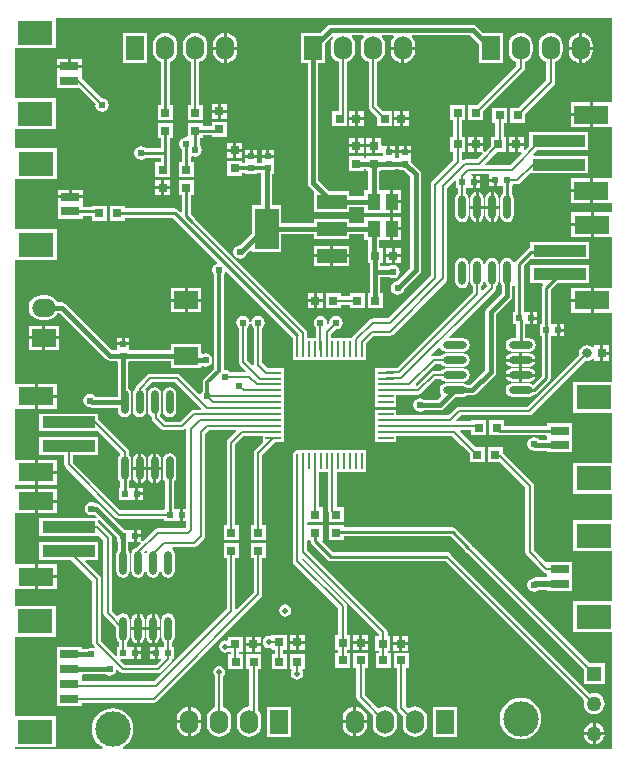
<source format=gtl>
G04*
G04 #@! TF.GenerationSoftware,Altium Limited,Altium Designer,18.1.9 (240)*
G04*
G04 Layer_Physical_Order=1*
G04 Layer_Color=255*
%FSLAX24Y24*%
%MOIN*%
G70*
G01*
G75*
%ADD10C,0.0100*%
%ADD12C,0.0080*%
%ADD18R,0.0200X0.0200*%
%ADD19R,0.0300X0.0300*%
%ADD20R,0.0433X0.0551*%
%ADD21R,0.0300X0.0300*%
%ADD22R,0.0984X0.0472*%
%ADD23R,0.0787X0.1378*%
%ADD24R,0.1772X0.0394*%
%ADD25R,0.1181X0.0630*%
%ADD26R,0.0200X0.0200*%
%ADD27O,0.0240X0.0800*%
%ADD28R,0.0630X0.0276*%
%ADD29R,0.1181X0.0827*%
%ADD30R,0.0800X0.0600*%
%ADD31R,0.0520X0.0079*%
%ADD32R,0.0079X0.0520*%
%ADD33O,0.0079X0.0520*%
%ADD34O,0.0800X0.0240*%
%ADD61C,0.0150*%
%ADD62C,0.0118*%
%ADD63C,0.0080*%
%ADD64C,0.0200*%
%ADD65C,0.1181*%
%ADD66O,0.0600X0.0800*%
%ADD67R,0.0600X0.0800*%
%ADD68O,0.0800X0.0600*%
%ADD69R,0.0800X0.0600*%
%ADD70C,0.0500*%
%ADD71R,0.0500X0.0500*%
%ADD72R,0.0315X0.0315*%
%ADD73C,0.0315*%
%ADD74C,0.0197*%
%ADD75C,0.0240*%
G36*
X30007Y47081D02*
X29998Y47035D01*
X29957Y47035D01*
X29358D01*
Y46620D01*
Y46205D01*
X29957D01*
X29998Y46205D01*
X30007Y46158D01*
Y44561D01*
X29998Y44515D01*
X29957Y44515D01*
X29358D01*
Y44100D01*
Y43685D01*
X29957D01*
X29998Y43685D01*
X30007Y43639D01*
Y43381D01*
X29383D01*
Y42966D01*
Y42551D01*
X30007D01*
Y40861D01*
X29383D01*
Y40446D01*
Y40031D01*
X30007D01*
Y37716D01*
X28701D01*
Y36689D01*
X30007D01*
Y35019D01*
X28701D01*
Y33992D01*
X30007D01*
Y33108D01*
X28701D01*
Y32081D01*
X30007D01*
Y30411D01*
X28701D01*
Y29384D01*
X30007D01*
Y25493D01*
X13691D01*
X13679Y25543D01*
X13736Y25573D01*
X13841Y25659D01*
X13927Y25764D01*
X13991Y25884D01*
X14031Y26015D01*
X14044Y26150D01*
X14031Y26285D01*
X13991Y26416D01*
X13927Y26536D01*
X13841Y26641D01*
X13736Y26727D01*
X13616Y26791D01*
X13485Y26831D01*
X13350Y26844D01*
X13215Y26831D01*
X13084Y26791D01*
X12964Y26727D01*
X12859Y26641D01*
X12773Y26536D01*
X12709Y26416D01*
X12669Y26285D01*
X12656Y26150D01*
X12669Y26015D01*
X12709Y25884D01*
X12773Y25764D01*
X12859Y25659D01*
X12964Y25573D01*
X13021Y25543D01*
X13009Y25493D01*
X10093D01*
Y25550D01*
X11449D01*
Y26577D01*
X10093D01*
Y29231D01*
X11449D01*
Y30258D01*
X10093D01*
Y30772D01*
X10109Y30815D01*
X10143Y30815D01*
X10750D01*
Y31230D01*
Y31645D01*
X10143D01*
X10109Y31645D01*
X10093Y31688D01*
Y33292D01*
X10109Y33335D01*
X10143Y33335D01*
X10750D01*
Y33750D01*
Y34165D01*
X10143D01*
X10109Y34165D01*
X10093Y34208D01*
Y34256D01*
X10109Y34299D01*
X10143Y34299D01*
X10750D01*
Y34714D01*
Y35129D01*
X10143D01*
X10109Y35129D01*
X10093Y35172D01*
Y36776D01*
X10109Y36819D01*
X10143Y36819D01*
X10750D01*
Y37234D01*
Y37649D01*
X10143D01*
X10109Y37649D01*
X10093Y37692D01*
Y41744D01*
X10109Y41787D01*
X10143Y41787D01*
X11491D01*
Y42813D01*
X10143D01*
X10109Y42813D01*
X10093Y42856D01*
Y44440D01*
X10109Y44483D01*
X10143Y44483D01*
X11491D01*
Y45510D01*
X10143D01*
X10109Y45510D01*
X10093Y45553D01*
Y46142D01*
X11449D01*
Y47169D01*
X10093D01*
Y48839D01*
X11449D01*
Y49857D01*
X30007D01*
Y47081D01*
D02*
G37*
%LPC*%
G36*
X29000Y49347D02*
Y48900D01*
X29353D01*
Y48950D01*
X29340Y49054D01*
X29299Y49152D01*
X29235Y49235D01*
X29152Y49299D01*
X29054Y49340D01*
X29000Y49347D01*
D02*
G37*
G36*
X17150D02*
Y48900D01*
X17503D01*
Y48950D01*
X17490Y49054D01*
X17449Y49152D01*
X17385Y49235D01*
X17302Y49299D01*
X17204Y49340D01*
X17150Y49347D01*
D02*
G37*
G36*
X28900D02*
X28846Y49340D01*
X28748Y49299D01*
X28665Y49235D01*
X28601Y49152D01*
X28560Y49054D01*
X28547Y48950D01*
Y48900D01*
X28900D01*
Y49347D01*
D02*
G37*
G36*
X17050D02*
X16996Y49340D01*
X16898Y49299D01*
X16815Y49235D01*
X16751Y49152D01*
X16710Y49054D01*
X16697Y48950D01*
Y48900D01*
X17050D01*
Y49347D01*
D02*
G37*
G36*
X29353Y48800D02*
X29000D01*
Y48353D01*
X29054Y48360D01*
X29152Y48401D01*
X29235Y48465D01*
X29299Y48548D01*
X29340Y48646D01*
X29353Y48750D01*
Y48800D01*
D02*
G37*
G36*
X23428D02*
X23075D01*
Y48353D01*
X23129Y48360D01*
X23227Y48401D01*
X23310Y48465D01*
X23374Y48548D01*
X23415Y48646D01*
X23428Y48750D01*
Y48800D01*
D02*
G37*
G36*
X17503D02*
X17150D01*
Y48353D01*
X17204Y48360D01*
X17302Y48401D01*
X17385Y48465D01*
X17449Y48548D01*
X17490Y48646D01*
X17503Y48750D01*
Y48800D01*
D02*
G37*
G36*
X28900D02*
X28547D01*
Y48750D01*
X28560Y48646D01*
X28601Y48548D01*
X28665Y48465D01*
X28748Y48401D01*
X28846Y48360D01*
X28900Y48353D01*
Y48800D01*
D02*
G37*
G36*
X22975D02*
X22622D01*
Y48750D01*
X22635Y48646D01*
X22676Y48548D01*
X22740Y48465D01*
X22823Y48401D01*
X22921Y48360D01*
X22975Y48353D01*
Y48800D01*
D02*
G37*
G36*
X17050D02*
X16697D01*
Y48750D01*
X16710Y48646D01*
X16751Y48548D01*
X16815Y48465D01*
X16898Y48401D01*
X16996Y48360D01*
X17050Y48353D01*
Y48800D01*
D02*
G37*
G36*
X25350Y49628D02*
X20625D01*
X20557Y49615D01*
X20499Y49576D01*
X20273Y49350D01*
X19625D01*
Y48350D01*
X19847D01*
Y44355D01*
X19860Y44287D01*
X19899Y44229D01*
X20027Y44101D01*
X20058Y44067D01*
X20058D01*
X20058Y44067D01*
Y43394D01*
X21242D01*
Y43552D01*
X21738D01*
Y43349D01*
X22595D01*
Y43725D01*
Y44101D01*
X22233D01*
Y44750D01*
X22305D01*
Y44789D01*
X22350Y44800D01*
Y44800D01*
X22750D01*
Y44822D01*
X22900D01*
Y44800D01*
X22959D01*
X22982Y44785D01*
X23050Y44772D01*
X23072Y44776D01*
X23272Y44576D01*
Y41524D01*
X22815Y41067D01*
X22764Y41057D01*
X22691Y41009D01*
X22643Y40936D01*
X22626Y40850D01*
X22643Y40764D01*
X22691Y40691D01*
X22764Y40643D01*
X22850Y40626D01*
X22936Y40643D01*
X23009Y40691D01*
X23057Y40764D01*
X23067Y40815D01*
X23576Y41324D01*
X23615Y41382D01*
X23628Y41450D01*
Y44650D01*
X23628Y44650D01*
X23615Y44718D01*
X23576Y44776D01*
X23576Y44776D01*
X23300Y45052D01*
Y45350D01*
X23100D01*
X22900D01*
Y45178D01*
X22750D01*
Y45350D01*
X22550D01*
Y45400D01*
X22500D01*
Y45600D01*
X22355D01*
X22350Y45600D01*
X22305Y45611D01*
Y45850D01*
X22105D01*
Y45600D01*
Y45350D01*
X22300D01*
X22305Y45350D01*
X22350Y45339D01*
Y45261D01*
X22305Y45250D01*
Y45250D01*
X21805D01*
Y45178D01*
X21716D01*
Y45250D01*
X21216D01*
Y44750D01*
X21716D01*
Y44822D01*
X21805D01*
Y44750D01*
X21876D01*
Y44101D01*
X21738D01*
Y43909D01*
X21242D01*
Y44067D01*
X20566D01*
X20203Y44429D01*
Y48350D01*
X20425D01*
Y48998D01*
X20668Y49241D01*
X20679Y49239D01*
X20700Y49183D01*
X20676Y49152D01*
X20635Y49054D01*
X20622Y48950D01*
Y48750D01*
X20635Y48646D01*
X20676Y48548D01*
X20740Y48465D01*
X20823Y48401D01*
X20882Y48376D01*
Y46750D01*
X20675D01*
Y46250D01*
X21175D01*
Y46750D01*
X21168D01*
Y48376D01*
X21227Y48401D01*
X21310Y48465D01*
X21374Y48548D01*
X21415Y48646D01*
X21428Y48750D01*
Y48950D01*
X21415Y49054D01*
X21374Y49152D01*
X21321Y49222D01*
X21340Y49272D01*
X21710D01*
X21729Y49222D01*
X21676Y49152D01*
X21635Y49054D01*
X21622Y48950D01*
Y48750D01*
X21635Y48646D01*
X21676Y48548D01*
X21740Y48465D01*
X21823Y48401D01*
X21882Y48376D01*
Y46900D01*
X21882Y46900D01*
X21893Y46845D01*
X21924Y46799D01*
X22175Y46548D01*
Y46250D01*
X22675D01*
Y46750D01*
X22377D01*
X22168Y46959D01*
Y48376D01*
X22227Y48401D01*
X22310Y48465D01*
X22374Y48548D01*
X22415Y48646D01*
X22428Y48750D01*
Y48950D01*
X22415Y49054D01*
X22374Y49152D01*
X22321Y49222D01*
X22340Y49272D01*
X22710D01*
X22729Y49222D01*
X22676Y49152D01*
X22635Y49054D01*
X22622Y48950D01*
Y48900D01*
X23025D01*
X23428D01*
Y48950D01*
X23415Y49054D01*
X23374Y49152D01*
X23321Y49222D01*
X23340Y49272D01*
X25276D01*
X25550Y48998D01*
Y48350D01*
X26350D01*
Y49350D01*
X25702D01*
X25476Y49576D01*
X25418Y49615D01*
X25350Y49628D01*
D02*
G37*
G36*
X14500Y49350D02*
X13700D01*
Y48350D01*
X14500D01*
Y49350D01*
D02*
G37*
G36*
X12315Y48488D02*
X11950D01*
Y48300D01*
X12315D01*
Y48488D01*
D02*
G37*
G36*
X11850D02*
X11485D01*
Y48300D01*
X11850D01*
Y48488D01*
D02*
G37*
G36*
X17150Y47000D02*
X16950D01*
Y46800D01*
X17150D01*
Y47000D01*
D02*
G37*
G36*
X16850D02*
X16650D01*
Y46800D01*
X16850D01*
Y47000D01*
D02*
G37*
G36*
X12315Y48200D02*
X11900D01*
X11485D01*
Y48046D01*
X11485Y48012D01*
X11485Y47962D01*
Y47520D01*
X12228D01*
X12779Y46969D01*
X12776Y46950D01*
X12793Y46864D01*
X12841Y46791D01*
X12914Y46743D01*
X13000Y46726D01*
X13086Y46743D01*
X13159Y46791D01*
X13207Y46864D01*
X13224Y46950D01*
X13207Y47036D01*
X13159Y47109D01*
X13086Y47157D01*
X13000Y47174D01*
X12981Y47171D01*
X12315Y47837D01*
X12315Y47996D01*
X12315Y48046D01*
Y48200D01*
D02*
G37*
G36*
X29258Y47035D02*
X28617D01*
Y46670D01*
X29258D01*
Y47035D01*
D02*
G37*
G36*
X23225Y46750D02*
X23025D01*
Y46550D01*
X23225D01*
Y46750D01*
D02*
G37*
G36*
X21725D02*
X21525D01*
Y46550D01*
X21725D01*
Y46750D01*
D02*
G37*
G36*
X22925D02*
X22725D01*
Y46550D01*
X22925D01*
Y46750D01*
D02*
G37*
G36*
X21425D02*
X21225D01*
Y46550D01*
X21425D01*
Y46750D01*
D02*
G37*
G36*
X17150Y46700D02*
X16950D01*
Y46500D01*
X17150D01*
Y46700D01*
D02*
G37*
G36*
X16850D02*
X16650D01*
Y46500D01*
X16850D01*
Y46700D01*
D02*
G37*
G36*
X26950Y49353D02*
X26846Y49340D01*
X26748Y49299D01*
X26665Y49235D01*
X26601Y49152D01*
X26560Y49054D01*
X26547Y48950D01*
Y48750D01*
X26560Y48646D01*
X26601Y48548D01*
X26665Y48465D01*
X26748Y48401D01*
X26807Y48376D01*
Y48259D01*
X25498Y46950D01*
X25200D01*
Y46450D01*
X25700D01*
Y46748D01*
X27051Y48099D01*
X27051Y48099D01*
X27082Y48145D01*
X27093Y48200D01*
Y48376D01*
X27152Y48401D01*
X27235Y48465D01*
X27299Y48548D01*
X27340Y48646D01*
X27353Y48750D01*
Y48950D01*
X27340Y49054D01*
X27299Y49152D01*
X27235Y49235D01*
X27152Y49299D01*
X27054Y49340D01*
X26950Y49353D01*
D02*
G37*
G36*
X16100D02*
X15996Y49340D01*
X15898Y49299D01*
X15815Y49235D01*
X15751Y49152D01*
X15710Y49054D01*
X15697Y48950D01*
Y48750D01*
X15710Y48646D01*
X15751Y48548D01*
X15815Y48465D01*
X15898Y48401D01*
X15957Y48376D01*
Y46950D01*
X15850D01*
Y46450D01*
X16350D01*
Y46950D01*
X16243D01*
Y48376D01*
X16302Y48401D01*
X16385Y48465D01*
X16449Y48548D01*
X16490Y48646D01*
X16503Y48750D01*
Y48950D01*
X16490Y49054D01*
X16449Y49152D01*
X16385Y49235D01*
X16302Y49299D01*
X16204Y49340D01*
X16100Y49353D01*
D02*
G37*
G36*
X15100D02*
X14996Y49340D01*
X14898Y49299D01*
X14815Y49235D01*
X14751Y49152D01*
X14710Y49054D01*
X14697Y48950D01*
Y48750D01*
X14710Y48646D01*
X14751Y48548D01*
X14815Y48465D01*
X14898Y48401D01*
X14947Y48380D01*
Y46950D01*
X14850D01*
Y46450D01*
X15350D01*
Y46950D01*
X15253D01*
Y48380D01*
X15302Y48401D01*
X15385Y48465D01*
X15449Y48548D01*
X15490Y48646D01*
X15503Y48750D01*
Y48950D01*
X15490Y49054D01*
X15449Y49152D01*
X15385Y49235D01*
X15302Y49299D01*
X15204Y49340D01*
X15100Y49353D01*
D02*
G37*
G36*
X27950D02*
X27846Y49340D01*
X27748Y49299D01*
X27665Y49235D01*
X27601Y49152D01*
X27560Y49054D01*
X27547Y48950D01*
Y48750D01*
X27560Y48646D01*
X27601Y48548D01*
X27665Y48465D01*
X27748Y48401D01*
X27807Y48376D01*
Y47769D01*
X26898Y46860D01*
X26600D01*
Y46360D01*
X27100D01*
Y46658D01*
X28051Y47609D01*
X28051Y47609D01*
X28082Y47655D01*
X28093Y47710D01*
X28093Y47710D01*
Y48376D01*
X28152Y48401D01*
X28235Y48465D01*
X28299Y48548D01*
X28340Y48646D01*
X28353Y48750D01*
Y48950D01*
X28340Y49054D01*
X28299Y49152D01*
X28235Y49235D01*
X28152Y49299D01*
X28054Y49340D01*
X27950Y49353D01*
D02*
G37*
G36*
X17150Y46400D02*
X16650D01*
Y46253D01*
X16350D01*
Y46350D01*
X15850D01*
Y45904D01*
X15811Y45872D01*
X15800Y45874D01*
X15714Y45857D01*
X15641Y45809D01*
X15593Y45736D01*
X15576Y45650D01*
X15593Y45564D01*
X15641Y45491D01*
X15647Y45488D01*
Y45050D01*
X15550D01*
Y44550D01*
X16050D01*
Y45050D01*
X15953D01*
Y45231D01*
X15997Y45254D01*
X16014Y45243D01*
X16100Y45226D01*
X16186Y45243D01*
X16259Y45291D01*
X16307Y45364D01*
X16324Y45450D01*
X16307Y45536D01*
X16259Y45609D01*
X16253Y45612D01*
Y45850D01*
X16350D01*
Y45947D01*
X16650D01*
Y45900D01*
X17150D01*
Y46400D01*
D02*
G37*
G36*
X23225Y46450D02*
X23025D01*
Y46250D01*
X23225D01*
Y46450D01*
D02*
G37*
G36*
X22925D02*
X22725D01*
Y46250D01*
X22925D01*
Y46450D01*
D02*
G37*
G36*
X21725D02*
X21525D01*
Y46250D01*
X21725D01*
Y46450D01*
D02*
G37*
G36*
X21425D02*
X21225D01*
Y46250D01*
X21425D01*
Y46450D01*
D02*
G37*
G36*
X29258Y46570D02*
X28617D01*
Y46205D01*
X29258D01*
Y46570D01*
D02*
G37*
G36*
X27050Y45895D02*
X26850D01*
Y45695D01*
X27050D01*
Y45895D01*
D02*
G37*
G36*
X26750D02*
X26550D01*
Y45695D01*
X26750D01*
Y45895D01*
D02*
G37*
G36*
X25700D02*
X25500D01*
Y45695D01*
X25700D01*
Y45895D01*
D02*
G37*
G36*
X25400D02*
X25200D01*
Y45695D01*
X25400D01*
Y45895D01*
D02*
G37*
G36*
X21716Y45850D02*
X21516D01*
Y45650D01*
X21716D01*
Y45850D01*
D02*
G37*
G36*
X21416D02*
X21216D01*
Y45650D01*
X21416D01*
Y45850D01*
D02*
G37*
G36*
X22005D02*
X21805D01*
Y45650D01*
X22005D01*
Y45850D01*
D02*
G37*
G36*
X15350Y46350D02*
X14850D01*
Y45850D01*
X14947D01*
Y45503D01*
X14462D01*
X14459Y45509D01*
X14386Y45557D01*
X14300Y45574D01*
X14214Y45557D01*
X14141Y45509D01*
X14093Y45436D01*
X14076Y45350D01*
X14093Y45264D01*
X14141Y45191D01*
X14214Y45143D01*
X14300Y45126D01*
X14386Y45143D01*
X14459Y45191D01*
X14462Y45197D01*
X14947D01*
Y45050D01*
X14766D01*
Y44550D01*
X15266D01*
Y45050D01*
X15253D01*
Y45350D01*
Y45850D01*
X15350D01*
Y46350D01*
D02*
G37*
G36*
X17672Y45693D02*
X17472D01*
Y45493D01*
X17672D01*
Y45693D01*
D02*
G37*
G36*
X17372D02*
X17172D01*
Y45493D01*
X17372D01*
Y45693D01*
D02*
G37*
G36*
X23300Y45600D02*
X23150D01*
Y45450D01*
X23300D01*
Y45600D01*
D02*
G37*
G36*
X22600D02*
Y45450D01*
X22750D01*
Y45600D01*
X22600D01*
D02*
G37*
G36*
X23050D02*
X22900D01*
Y45450D01*
X23050D01*
Y45600D01*
D02*
G37*
G36*
X26750Y45595D02*
X26550D01*
Y45395D01*
X26750D01*
Y45595D01*
D02*
G37*
G36*
X25400D02*
X25200D01*
Y45395D01*
X25400D01*
Y45595D01*
D02*
G37*
G36*
X21716Y45550D02*
X21516D01*
Y45350D01*
X21716D01*
Y45550D01*
D02*
G37*
G36*
X21416D02*
X21216D01*
Y45350D01*
X21416D01*
Y45550D01*
D02*
G37*
G36*
X22005D02*
X21805D01*
Y45350D01*
X22005D01*
Y45550D01*
D02*
G37*
G36*
X18172Y45445D02*
X18022D01*
Y45295D01*
X18172D01*
Y45445D01*
D02*
G37*
G36*
X18722D02*
X18572D01*
Y45295D01*
X18722D01*
Y45445D01*
D02*
G37*
G36*
X18472D02*
X18322D01*
Y45295D01*
X18472D01*
Y45445D01*
D02*
G37*
G36*
X17922D02*
X17772D01*
Y45295D01*
X17922D01*
Y45445D01*
D02*
G37*
G36*
X17672Y45393D02*
X17472D01*
Y45193D01*
X17672D01*
Y45393D01*
D02*
G37*
G36*
X17372D02*
X17172D01*
Y45193D01*
X17372D01*
Y45393D01*
D02*
G37*
G36*
X18172Y45195D02*
X17972D01*
X17772D01*
Y45005D01*
X17672D01*
Y45093D01*
X17172D01*
Y44593D01*
X17672D01*
Y44681D01*
X17772D01*
Y44645D01*
X18172D01*
Y44681D01*
X18306D01*
Y43614D01*
X17991D01*
Y42659D01*
X17605Y42273D01*
X17600Y42274D01*
X17514Y42257D01*
X17441Y42209D01*
X17393Y42136D01*
X17376Y42050D01*
X17393Y41964D01*
X17441Y41891D01*
X17514Y41843D01*
X17600Y41826D01*
X17686Y41843D01*
X17759Y41891D01*
X17807Y41964D01*
X17809Y41972D01*
X17945Y42108D01*
X17991Y42089D01*
Y42036D01*
X18978D01*
Y42647D01*
X20058D01*
Y42489D01*
X21242D01*
Y42647D01*
X21738D01*
Y42449D01*
X21876D01*
Y42175D01*
X21850D01*
Y41675D01*
X21922D01*
Y41400D01*
Y40675D01*
X21850D01*
Y40175D01*
X22350D01*
Y40675D01*
X22278D01*
Y41222D01*
X22571D01*
X22614Y41193D01*
X22700Y41176D01*
X22786Y41193D01*
X22859Y41241D01*
X22907Y41314D01*
X22924Y41400D01*
X22907Y41486D01*
X22859Y41559D01*
X22786Y41607D01*
X22700Y41624D01*
X22614Y41607D01*
X22571Y41578D01*
X22278D01*
Y41675D01*
X22350D01*
Y42175D01*
X22233D01*
Y42449D01*
X22595D01*
Y42825D01*
Y43201D01*
X21738D01*
Y43003D01*
X21242D01*
Y43161D01*
X20058D01*
Y43003D01*
X18978D01*
Y43614D01*
X18663D01*
Y44645D01*
X18722D01*
Y45045D01*
Y45195D01*
X18522D01*
X18322D01*
Y45005D01*
X18172D01*
Y45195D01*
D02*
G37*
G36*
X25600Y44600D02*
X25450D01*
Y44450D01*
X25600D01*
Y44600D01*
D02*
G37*
G36*
X25100Y46950D02*
X24600D01*
Y46450D01*
X24707D01*
Y45895D01*
X24600D01*
Y45395D01*
X24707D01*
Y45109D01*
X23999Y44401D01*
X23968Y44355D01*
X23957Y44300D01*
X23957Y44300D01*
Y41259D01*
X22541Y39843D01*
X22036D01*
X22036Y39843D01*
X21981Y39832D01*
X21935Y39801D01*
X21935Y39801D01*
X21372Y39238D01*
X21341Y39192D01*
X21338Y39175D01*
X20627D01*
Y39326D01*
X20781Y39479D01*
X20800Y39476D01*
X20886Y39493D01*
X20959Y39541D01*
X21007Y39614D01*
X21024Y39700D01*
X21007Y39786D01*
X20959Y39859D01*
X20886Y39907D01*
X20800Y39924D01*
X20714Y39907D01*
X20641Y39859D01*
X20593Y39786D01*
X20576Y39700D01*
X20579Y39681D01*
X20541Y39643D01*
X20495Y39668D01*
X20501Y39700D01*
X20484Y39786D01*
X20436Y39859D01*
X20363Y39907D01*
X20277Y39924D01*
X20191Y39907D01*
X20119Y39859D01*
X20070Y39786D01*
X20053Y39700D01*
X20070Y39614D01*
X20119Y39541D01*
X20134Y39531D01*
Y39175D01*
X19837D01*
Y39356D01*
X19826Y39411D01*
X19795Y39457D01*
X19795Y39457D01*
X16137Y43115D01*
X16108Y43158D01*
X15953Y43313D01*
Y43950D01*
X16050D01*
Y44450D01*
X15550D01*
Y43950D01*
X15647D01*
Y43400D01*
X15601Y43381D01*
X15524Y43458D01*
X15474Y43491D01*
X15416Y43503D01*
X13750D01*
Y43600D01*
X13250D01*
Y43100D01*
X13750D01*
Y43197D01*
X15352D01*
X16842Y41708D01*
X16827Y41660D01*
X16814Y41657D01*
X16741Y41609D01*
X16693Y41536D01*
X16676Y41450D01*
X16693Y41364D01*
X16738Y41297D01*
Y38162D01*
X16392Y37816D01*
X16357Y37763D01*
X16345Y37701D01*
Y37395D01*
X16341Y37392D01*
X16294Y37322D01*
X16288Y37316D01*
X16241Y37305D01*
X15595Y37951D01*
X15548Y37982D01*
X15494Y37993D01*
X15494Y37993D01*
X14600D01*
X14600Y37993D01*
X14545Y37982D01*
X14499Y37951D01*
X14499Y37951D01*
X14149Y37601D01*
X14118Y37555D01*
X14107Y37500D01*
X14107Y37500D01*
Y37493D01*
X14091Y37482D01*
X14043Y37410D01*
X14026Y37324D01*
Y36764D01*
X14043Y36678D01*
X14091Y36605D01*
X14164Y36556D01*
X14250Y36539D01*
X14336Y36556D01*
X14409Y36605D01*
X14457Y36678D01*
X14474Y36764D01*
Y37324D01*
X14457Y37410D01*
X14419Y37467D01*
X14659Y37707D01*
X15435D01*
X16303Y36839D01*
X16284Y36793D01*
X16050D01*
X15995Y36782D01*
X15949Y36751D01*
X15949Y36751D01*
X15591Y36393D01*
X15127D01*
X14943Y36577D01*
Y36656D01*
X14957Y36678D01*
X14974Y36764D01*
Y37324D01*
X14957Y37410D01*
X14909Y37482D01*
X14836Y37531D01*
X14750Y37548D01*
X14664Y37531D01*
X14591Y37482D01*
X14543Y37410D01*
X14526Y37324D01*
Y36764D01*
X14543Y36678D01*
X14591Y36605D01*
X14657Y36561D01*
Y36518D01*
X14657Y36518D01*
X14668Y36463D01*
X14699Y36417D01*
X14967Y36149D01*
X14967Y36149D01*
X15013Y36118D01*
X15068Y36107D01*
X15650D01*
X15650Y36107D01*
X15705Y36118D01*
X15751Y36149D01*
X15759Y36157D01*
X15768Y36156D01*
X15807Y36135D01*
Y33500D01*
X15700D01*
Y33300D01*
Y33100D01*
X15807D01*
Y32859D01*
X15791Y32843D01*
X14850D01*
X14850Y32843D01*
X14795Y32832D01*
X14749Y32801D01*
X14749Y32801D01*
X14350Y32402D01*
X14300Y32423D01*
X14300Y32441D01*
Y32550D01*
X14150D01*
Y32400D01*
X14257D01*
X14277Y32400D01*
X14298Y32350D01*
X14141Y32192D01*
X14114Y32187D01*
X14041Y32139D01*
X13993Y32066D01*
X13976Y31980D01*
Y31420D01*
X13993Y31334D01*
X14041Y31261D01*
X14114Y31213D01*
X14200Y31196D01*
X14286Y31213D01*
X14359Y31261D01*
X14407Y31334D01*
X14424Y31420D01*
Y31980D01*
X14409Y32057D01*
X14463Y32111D01*
X14502Y32079D01*
X14493Y32066D01*
X14476Y31980D01*
Y31420D01*
X14493Y31334D01*
X14541Y31261D01*
X14614Y31213D01*
X14700Y31196D01*
X14786Y31213D01*
X14859Y31261D01*
X14907Y31334D01*
X14924Y31420D01*
Y31980D01*
X14924Y31983D01*
X14927Y31986D01*
X14930Y31985D01*
X14976Y31959D01*
Y31420D01*
X14993Y31334D01*
X15041Y31261D01*
X15114Y31213D01*
X15200Y31196D01*
X15286Y31213D01*
X15359Y31261D01*
X15407Y31334D01*
X15424Y31420D01*
Y31980D01*
X15407Y32066D01*
X15359Y32139D01*
X15331Y32157D01*
X15346Y32207D01*
X16056D01*
X16056Y32207D01*
X16110Y32218D01*
X16156Y32249D01*
X16401Y32494D01*
X16401Y32494D01*
X16432Y32540D01*
X16443Y32594D01*
Y35991D01*
X16565Y36114D01*
X17446D01*
X17465Y36067D01*
X17199Y35801D01*
X17168Y35755D01*
X17157Y35700D01*
X17157Y35700D01*
Y32950D01*
X17050D01*
Y32450D01*
X17550D01*
Y32950D01*
X17443D01*
Y35641D01*
X17719Y35917D01*
X18350D01*
Y35723D01*
X18350Y35723D01*
X18350D01*
X18328Y35683D01*
X18099Y35454D01*
X18068Y35407D01*
X18057Y35353D01*
X18057Y35353D01*
Y32950D01*
X17950D01*
Y32450D01*
X18450D01*
Y32950D01*
X18343D01*
Y35294D01*
X18772Y35723D01*
X19070D01*
Y36117D01*
Y36511D01*
Y36904D01*
Y37298D01*
Y37692D01*
Y38167D01*
X18727D01*
X18710Y38171D01*
X18531D01*
X18343Y38359D01*
Y39531D01*
X18359Y39541D01*
X18407Y39614D01*
X18424Y39700D01*
X18407Y39786D01*
X18359Y39859D01*
X18286Y39907D01*
X18200Y39924D01*
X18114Y39907D01*
X18041Y39859D01*
X17993Y39786D01*
X17976Y39700D01*
X17993Y39614D01*
X18041Y39541D01*
X18057Y39531D01*
Y38315D01*
X18018Y38294D01*
X18009Y38293D01*
X17843Y38459D01*
Y39531D01*
X17859Y39541D01*
X17907Y39614D01*
X17924Y39700D01*
X17907Y39786D01*
X17859Y39859D01*
X17786Y39907D01*
X17700Y39924D01*
X17614Y39907D01*
X17541Y39859D01*
X17493Y39786D01*
X17476Y39700D01*
X17493Y39614D01*
X17541Y39541D01*
X17557Y39531D01*
Y38400D01*
X17557Y38400D01*
X17568Y38345D01*
X17599Y38299D01*
X17809Y38089D01*
X17790Y38043D01*
X17269D01*
X17259Y38059D01*
X17186Y38107D01*
X17100Y38124D01*
X17062Y38155D01*
Y41297D01*
X17107Y41364D01*
X17110Y41377D01*
X17158Y41392D01*
X19351Y39198D01*
Y38815D01*
X19358Y38783D01*
Y38455D01*
X21802D01*
Y39010D01*
X22049Y39257D01*
X22583D01*
X22583Y39257D01*
X22637Y39268D01*
X22684Y39299D01*
X24451Y41066D01*
X24451Y41066D01*
X24482Y41113D01*
X24493Y41167D01*
X24493Y41167D01*
Y44191D01*
X24754Y44452D01*
X24800Y44433D01*
Y44200D01*
X24857D01*
Y43999D01*
X24841Y43989D01*
X24793Y43916D01*
X24776Y43830D01*
Y43270D01*
X24793Y43184D01*
X24841Y43111D01*
X24914Y43063D01*
X25000Y43046D01*
X25086Y43063D01*
X25159Y43111D01*
X25207Y43184D01*
X25224Y43270D01*
Y43830D01*
X25207Y43916D01*
X25159Y43989D01*
X25143Y43999D01*
Y44200D01*
X25350D01*
Y44400D01*
Y44600D01*
X25319D01*
X25293Y44650D01*
X25298Y44657D01*
X25849D01*
X25896Y44650D01*
Y44500D01*
X26096D01*
Y44450D01*
X26146D01*
Y44250D01*
X26347D01*
Y43992D01*
X26341Y43989D01*
X26293Y43916D01*
X26276Y43830D01*
Y43270D01*
X26293Y43184D01*
X26341Y43111D01*
X26414Y43063D01*
X26500Y43046D01*
X26586Y43063D01*
X26659Y43111D01*
X26707Y43184D01*
X26724Y43270D01*
Y43830D01*
X26707Y43916D01*
X26659Y43989D01*
X26653Y43992D01*
Y44250D01*
X26696D01*
Y44307D01*
X26834D01*
X26834Y44307D01*
X26888Y44318D01*
X26935Y44349D01*
X27255Y44669D01*
X29211D01*
Y45263D01*
X27380D01*
X27361Y45309D01*
X27509Y45457D01*
X29211D01*
Y46050D01*
X27239D01*
Y45591D01*
X27096Y45448D01*
X27050Y45467D01*
Y45595D01*
X26850D01*
Y45395D01*
X26978D01*
X26997Y45349D01*
X26591Y44943D01*
X25765D01*
X25746Y44989D01*
X26152Y45395D01*
X26450D01*
Y45895D01*
X26393D01*
Y46360D01*
X26500D01*
Y46860D01*
X26000D01*
Y46360D01*
X26107D01*
Y45895D01*
X25950D01*
Y45597D01*
X25750Y45397D01*
X25700Y45418D01*
X25700Y45436D01*
Y45595D01*
X25500D01*
Y45395D01*
X25657D01*
X25677Y45395D01*
X25698Y45345D01*
X25496Y45143D01*
X25100D01*
X25100Y45143D01*
X25045Y45132D01*
X25043Y45130D01*
X25001Y45148D01*
X24993Y45157D01*
Y45395D01*
X25100D01*
Y45895D01*
X24993D01*
Y46450D01*
X25100D01*
Y46950D01*
D02*
G37*
G36*
X15266Y44450D02*
X15066D01*
Y44250D01*
X15266D01*
Y44450D01*
D02*
G37*
G36*
X26046Y44400D02*
X25896D01*
Y44250D01*
X26046D01*
Y44400D01*
D02*
G37*
G36*
X14966Y44450D02*
X14766D01*
Y44250D01*
X14966D01*
Y44450D01*
D02*
G37*
G36*
X25600Y44350D02*
X25450D01*
Y44200D01*
X25600D01*
Y44350D01*
D02*
G37*
G36*
X29258Y44515D02*
X28617D01*
Y44150D01*
X29258D01*
Y44515D01*
D02*
G37*
G36*
X15266Y44150D02*
X15066D01*
Y43950D01*
X15266D01*
Y44150D01*
D02*
G37*
G36*
X14966D02*
X14766D01*
Y43950D01*
X14966D01*
Y44150D01*
D02*
G37*
G36*
X12357Y44132D02*
X11992D01*
Y43944D01*
X12357D01*
Y44132D01*
D02*
G37*
G36*
X11892D02*
X11527D01*
Y43944D01*
X11892D01*
Y44132D01*
D02*
G37*
G36*
X22962Y44101D02*
X22695D01*
Y43775D01*
X22962D01*
Y44101D01*
D02*
G37*
G36*
X29258Y44050D02*
X28617D01*
Y43685D01*
X29258D01*
Y44050D01*
D02*
G37*
G36*
X26050Y44044D02*
Y43600D01*
X26224D01*
Y43830D01*
X26207Y43916D01*
X26159Y43989D01*
X26086Y44037D01*
X26050Y44044D01*
D02*
G37*
G36*
X25550D02*
Y43600D01*
X25724D01*
Y43830D01*
X25707Y43916D01*
X25659Y43989D01*
X25586Y44037D01*
X25550Y44044D01*
D02*
G37*
G36*
X25450D02*
X25414Y44037D01*
X25341Y43989D01*
X25293Y43916D01*
X25276Y43830D01*
Y43600D01*
X25450D01*
Y44044D01*
D02*
G37*
G36*
X25950D02*
X25914Y44037D01*
X25841Y43989D01*
X25793Y43916D01*
X25776Y43830D01*
Y43600D01*
X25950D01*
Y44044D01*
D02*
G37*
G36*
X22962Y43675D02*
X22695D01*
Y43349D01*
X22962D01*
Y43675D01*
D02*
G37*
G36*
X12357Y43844D02*
X11942D01*
X11527D01*
Y43690D01*
X11527Y43657D01*
X11527Y43607D01*
Y43165D01*
X12357D01*
Y43249D01*
X12650D01*
Y43100D01*
X13150D01*
Y43600D01*
X12650D01*
Y43555D01*
X12392D01*
X12357Y43591D01*
X12357Y43640D01*
X12357Y43690D01*
Y43844D01*
D02*
G37*
G36*
X26224Y43500D02*
X26050D01*
Y43056D01*
X26086Y43063D01*
X26159Y43111D01*
X26207Y43184D01*
X26224Y43270D01*
Y43500D01*
D02*
G37*
G36*
X25724D02*
X25550D01*
Y43056D01*
X25586Y43063D01*
X25659Y43111D01*
X25707Y43184D01*
X25724Y43270D01*
Y43500D01*
D02*
G37*
G36*
X25450D02*
X25276D01*
Y43270D01*
X25293Y43184D01*
X25341Y43111D01*
X25414Y43063D01*
X25450Y43056D01*
Y43500D01*
D02*
G37*
G36*
X25950D02*
X25776D01*
Y43270D01*
X25793Y43184D01*
X25841Y43111D01*
X25914Y43063D01*
X25950Y43056D01*
Y43500D01*
D02*
G37*
G36*
X29283Y43381D02*
X28642D01*
Y43016D01*
X29283D01*
Y43381D01*
D02*
G37*
G36*
X22962Y43201D02*
X22695D01*
Y42875D01*
X22962D01*
Y43201D01*
D02*
G37*
G36*
X29283Y42916D02*
X28642D01*
Y42551D01*
X29283D01*
Y42916D01*
D02*
G37*
G36*
X22962Y42775D02*
X22695D01*
Y42449D01*
X22962D01*
Y42775D01*
D02*
G37*
G36*
X22950Y42175D02*
X22750D01*
Y41975D01*
X22950D01*
Y42175D01*
D02*
G37*
G36*
X22650D02*
X22450D01*
Y41975D01*
X22650D01*
Y42175D01*
D02*
G37*
G36*
X21242Y42256D02*
X20700D01*
Y41969D01*
X21242D01*
Y42256D01*
D02*
G37*
G36*
X20600D02*
X20058D01*
Y41969D01*
X20600D01*
Y42256D01*
D02*
G37*
G36*
X29236Y42397D02*
X27264D01*
Y42196D01*
X27241Y42191D01*
X27192Y42158D01*
X26792Y41758D01*
X26759Y41710D01*
X26754Y41709D01*
X26708Y41711D01*
X26707Y41716D01*
X26659Y41789D01*
X26586Y41837D01*
X26500Y41854D01*
X26414Y41837D01*
X26341Y41789D01*
X26293Y41716D01*
X26276Y41630D01*
Y41070D01*
X26293Y40984D01*
X26322Y40941D01*
Y40674D01*
X25824Y40176D01*
X25785Y40118D01*
X25772Y40050D01*
Y38133D01*
X25267Y37628D01*
X25159D01*
X25116Y37657D01*
X25030Y37674D01*
X24470D01*
X24384Y37657D01*
X24311Y37609D01*
X24263Y37536D01*
X24246Y37450D01*
X24263Y37364D01*
X24311Y37291D01*
X24314Y37266D01*
X24176Y37128D01*
X23729D01*
X23686Y37157D01*
X23600Y37174D01*
X23514Y37157D01*
X23441Y37109D01*
X23393Y37036D01*
X23376Y36950D01*
X23393Y36864D01*
X23441Y36791D01*
X23514Y36743D01*
X23600Y36726D01*
X23686Y36743D01*
X23729Y36772D01*
X24250D01*
X24318Y36785D01*
X24376Y36824D01*
X24778Y37226D01*
X25030D01*
X25116Y37243D01*
X25159Y37272D01*
X25341D01*
X25409Y37285D01*
X25467Y37324D01*
X26076Y37933D01*
X26076Y37933D01*
X26115Y37991D01*
X26128Y38059D01*
Y39976D01*
X26626Y40474D01*
X26626Y40474D01*
X26665Y40532D01*
X26678Y40600D01*
Y40924D01*
X26697Y40941D01*
X26747Y40919D01*
Y40050D01*
X26700D01*
Y39650D01*
X26797D01*
Y39174D01*
X26670D01*
X26584Y39157D01*
X26511Y39109D01*
X26463Y39036D01*
X26446Y38950D01*
X26463Y38864D01*
X26511Y38791D01*
X26584Y38743D01*
X26670Y38726D01*
X27230D01*
X27316Y38743D01*
X27389Y38791D01*
X27437Y38864D01*
X27454Y38950D01*
X27437Y39036D01*
X27389Y39109D01*
X27316Y39157D01*
X27230Y39174D01*
X27103D01*
Y39650D01*
X27250D01*
Y39850D01*
Y40050D01*
X27053D01*
Y41587D01*
X27269Y41803D01*
X29236D01*
Y42397D01*
D02*
G37*
G36*
X22950Y41875D02*
X22750D01*
Y41675D01*
X22950D01*
Y41875D01*
D02*
G37*
G36*
X22650D02*
X22450D01*
Y41675D01*
X22650D01*
Y41875D01*
D02*
G37*
G36*
X21242Y41869D02*
X20700D01*
Y41583D01*
X21242D01*
Y41869D01*
D02*
G37*
G36*
X20600D02*
X20058D01*
Y41583D01*
X20600D01*
Y41869D01*
D02*
G37*
G36*
X25000Y41854D02*
X24914Y41837D01*
X24841Y41789D01*
X24793Y41716D01*
X24776Y41630D01*
Y41070D01*
X24793Y40984D01*
X24841Y40911D01*
X24914Y40863D01*
X25000Y40846D01*
X25086Y40863D01*
X25159Y40911D01*
X25207Y40984D01*
X25224Y41070D01*
Y41630D01*
X25207Y41716D01*
X25159Y41789D01*
X25086Y41837D01*
X25000Y41854D01*
D02*
G37*
G36*
X26000D02*
X25914Y41837D01*
X25841Y41789D01*
X25793Y41716D01*
X25776Y41630D01*
Y41070D01*
X25793Y40984D01*
X25841Y40911D01*
X25842Y40906D01*
X25689Y40753D01*
X25643Y40772D01*
Y40901D01*
X25659Y40911D01*
X25707Y40984D01*
X25724Y41070D01*
Y41630D01*
X25707Y41716D01*
X25659Y41789D01*
X25586Y41837D01*
X25500Y41854D01*
X25414Y41837D01*
X25341Y41789D01*
X25293Y41716D01*
X25276Y41630D01*
Y41070D01*
X25293Y40984D01*
X25341Y40911D01*
X25357Y40901D01*
Y40704D01*
X22835Y38181D01*
X22461D01*
X22461Y38181D01*
X22406Y38170D01*
X22401Y38167D01*
X22090D01*
Y37692D01*
Y37298D01*
Y36904D01*
Y36897D01*
X22450D01*
X22810D01*
Y36904D01*
Y37292D01*
X23534D01*
X23534Y37292D01*
X23589Y37302D01*
X23635Y37333D01*
X24109Y37807D01*
X24301D01*
X24311Y37791D01*
X24384Y37743D01*
X24470Y37726D01*
X25030D01*
X25116Y37743D01*
X25189Y37791D01*
X25237Y37864D01*
X25254Y37950D01*
X25237Y38036D01*
X25189Y38109D01*
X25116Y38157D01*
X25030Y38174D01*
X24470D01*
X24384Y38157D01*
X24311Y38109D01*
X24301Y38093D01*
X24050D01*
X24050Y38093D01*
X23995Y38082D01*
X23949Y38051D01*
X23949Y38051D01*
X23490Y37592D01*
X23468Y37595D01*
X23450Y37648D01*
X24109Y38307D01*
X24301D01*
X24311Y38291D01*
X24384Y38243D01*
X24470Y38226D01*
X25030D01*
X25116Y38243D01*
X25189Y38291D01*
X25237Y38364D01*
X25254Y38450D01*
X25237Y38536D01*
X25189Y38609D01*
X25116Y38657D01*
X25030Y38674D01*
X24470D01*
X24384Y38657D01*
X24311Y38609D01*
X24301Y38593D01*
X24050D01*
X24050Y38593D01*
X23995Y38582D01*
X23987Y38576D01*
X23955Y38615D01*
X24214Y38874D01*
X24268Y38857D01*
X24311Y38791D01*
X24384Y38743D01*
X24470Y38726D01*
X25030D01*
X25116Y38743D01*
X25189Y38791D01*
X25237Y38864D01*
X25254Y38950D01*
X25237Y39036D01*
X25189Y39109D01*
X25116Y39157D01*
X25030Y39174D01*
X24580D01*
X24561Y39220D01*
X26101Y40761D01*
X26132Y40807D01*
X26143Y40862D01*
X26143Y40862D01*
Y40901D01*
X26159Y40911D01*
X26207Y40984D01*
X26224Y41070D01*
Y41630D01*
X26207Y41716D01*
X26159Y41789D01*
X26086Y41837D01*
X26000Y41854D01*
D02*
G37*
G36*
X21750Y40675D02*
X21250D01*
Y40568D01*
X20950D01*
Y40675D01*
X20450D01*
Y40175D01*
X20950D01*
Y40282D01*
X21250D01*
Y40175D01*
X21750D01*
Y40675D01*
D02*
G37*
G36*
X29283Y40861D02*
X28642D01*
Y40496D01*
X29283D01*
Y40861D01*
D02*
G37*
G36*
X16300Y40846D02*
X15850D01*
Y40496D01*
X16300D01*
Y40846D01*
D02*
G37*
G36*
X15750D02*
X15300D01*
Y40496D01*
X15750D01*
Y40846D01*
D02*
G37*
G36*
X20350Y40675D02*
X20150D01*
Y40475D01*
X20350D01*
Y40675D01*
D02*
G37*
G36*
X20050D02*
X19850D01*
Y40475D01*
X20050D01*
Y40675D01*
D02*
G37*
G36*
X20350Y40375D02*
X20150D01*
Y40175D01*
X20350D01*
Y40375D01*
D02*
G37*
G36*
X20050D02*
X19850D01*
Y40175D01*
X20050D01*
Y40375D01*
D02*
G37*
G36*
X16300Y40396D02*
X15850D01*
Y40046D01*
X16300D01*
Y40396D01*
D02*
G37*
G36*
X15750D02*
X15300D01*
Y40046D01*
X15750D01*
Y40396D01*
D02*
G37*
G36*
X29283Y40396D02*
X28642D01*
Y40031D01*
X29283D01*
Y40396D01*
D02*
G37*
G36*
X27500Y40050D02*
X27350D01*
Y39900D01*
X27500D01*
Y40050D01*
D02*
G37*
G36*
Y39800D02*
X27350D01*
Y39650D01*
X27500D01*
Y39800D01*
D02*
G37*
G36*
X28400Y39650D02*
X28250D01*
Y39500D01*
X28400D01*
Y39650D01*
D02*
G37*
G36*
X11550Y39600D02*
X11100D01*
Y39250D01*
X11550D01*
Y39600D01*
D02*
G37*
G36*
X28400Y39400D02*
X28250D01*
Y39250D01*
X28400D01*
Y39400D01*
D02*
G37*
G36*
X11000Y39600D02*
X10550D01*
Y39250D01*
X11000D01*
Y39600D01*
D02*
G37*
G36*
X13900Y39200D02*
X13750D01*
Y39050D01*
X13900D01*
Y39200D01*
D02*
G37*
G36*
X13650D02*
X13500D01*
Y39050D01*
X13650D01*
Y39200D01*
D02*
G37*
G36*
X11550Y39150D02*
X11100D01*
Y38800D01*
X11550D01*
Y39150D01*
D02*
G37*
G36*
X11000D02*
X10550D01*
Y38800D01*
X11000D01*
Y39150D01*
D02*
G37*
G36*
X29907Y38939D02*
X29700D01*
Y38731D01*
X29907D01*
Y38939D01*
D02*
G37*
G36*
X27230Y38674D02*
X27000D01*
Y38500D01*
X27444D01*
X27437Y38536D01*
X27389Y38609D01*
X27316Y38657D01*
X27230Y38674D01*
D02*
G37*
G36*
X26900D02*
X26670D01*
X26584Y38657D01*
X26511Y38609D01*
X26463Y38536D01*
X26456Y38500D01*
X26900D01*
Y38674D01*
D02*
G37*
G36*
X29907Y38631D02*
X29700D01*
Y38424D01*
X29907D01*
Y38631D01*
D02*
G37*
G36*
X29158Y38941D02*
X29091Y38932D01*
X29028Y38906D01*
X28974Y38865D01*
X28933Y38811D01*
X28907Y38749D01*
X28898Y38681D01*
X28905Y38630D01*
X27167Y36893D01*
X24900D01*
X24900Y36893D01*
X24845Y36882D01*
X24799Y36851D01*
X24799Y36851D01*
X24615Y36667D01*
X24591Y36651D01*
X24542Y36602D01*
X22810D01*
Y36797D01*
X22450D01*
X22090D01*
Y36511D01*
Y36117D01*
Y35723D01*
X22810D01*
Y35917D01*
X24678D01*
X24995Y35599D01*
X24995Y35599D01*
X25246Y35348D01*
Y35050D01*
X25746D01*
Y35550D01*
X25448D01*
X25197Y35801D01*
X25197Y35801D01*
X24928Y36071D01*
X24947Y36117D01*
X25300D01*
Y35950D01*
X25800D01*
Y36450D01*
X25300D01*
Y36402D01*
X24821D01*
X24805Y36439D01*
X24804Y36452D01*
X24959Y36607D01*
X27226D01*
X27226Y36607D01*
X27281Y36618D01*
X27327Y36649D01*
X29107Y38428D01*
X29158Y38422D01*
X29225Y38431D01*
X29288Y38456D01*
X29342Y38498D01*
X29343Y38499D01*
X29393Y38482D01*
Y38424D01*
X29600D01*
Y38681D01*
Y38939D01*
X29393D01*
Y38881D01*
X29343Y38864D01*
X29342Y38865D01*
X29288Y38906D01*
X29225Y38932D01*
X29158Y38941D01*
D02*
G37*
G36*
X27444Y38400D02*
X27000D01*
Y38226D01*
X27230D01*
X27316Y38243D01*
X27389Y38291D01*
X27437Y38364D01*
X27444Y38400D01*
D02*
G37*
G36*
X26900D02*
X26456D01*
X26463Y38364D01*
X26511Y38291D01*
X26584Y38243D01*
X26670Y38226D01*
X26900D01*
Y38400D01*
D02*
G37*
G36*
X11150Y40603D02*
X10950D01*
X10846Y40590D01*
X10748Y40549D01*
X10665Y40485D01*
X10601Y40402D01*
X10560Y40304D01*
X10547Y40200D01*
X10560Y40096D01*
X10601Y39998D01*
X10665Y39915D01*
X10748Y39851D01*
X10846Y39810D01*
X10950Y39797D01*
X11150D01*
X11254Y39810D01*
X11352Y39851D01*
X11435Y39915D01*
X11499Y39998D01*
X11509Y40022D01*
X11576D01*
X13124Y38474D01*
X13124Y38474D01*
X13182Y38435D01*
X13250Y38422D01*
X13250Y38422D01*
X13500D01*
Y38400D01*
X13522D01*
Y37222D01*
X12783D01*
X12759Y37259D01*
X12686Y37307D01*
X12600Y37324D01*
X12514Y37307D01*
X12441Y37259D01*
X12393Y37186D01*
X12376Y37100D01*
X12393Y37014D01*
X12441Y36941D01*
X12514Y36893D01*
X12600Y36876D01*
X12602Y36876D01*
X12656Y36865D01*
X13526D01*
Y36764D01*
X13543Y36678D01*
X13591Y36605D01*
X13664Y36556D01*
X13750Y36539D01*
X13836Y36556D01*
X13909Y36605D01*
X13957Y36678D01*
X13974Y36764D01*
Y37324D01*
X13957Y37410D01*
X13909Y37482D01*
X13878Y37502D01*
Y38400D01*
X13900D01*
Y38418D01*
X15300D01*
Y38196D01*
X16300D01*
Y38226D01*
X16350Y38252D01*
X16364Y38243D01*
X16450Y38226D01*
X16536Y38243D01*
X16609Y38291D01*
X16657Y38364D01*
X16674Y38450D01*
X16657Y38536D01*
X16609Y38609D01*
X16536Y38657D01*
X16450Y38674D01*
X16364Y38657D01*
X16350Y38648D01*
X16300Y38674D01*
Y38996D01*
X15300D01*
Y38775D01*
X13900D01*
Y38950D01*
X13700D01*
X13500D01*
Y38778D01*
X13324D01*
X11776Y40326D01*
X11718Y40365D01*
X11650Y40378D01*
X11509D01*
X11499Y40402D01*
X11435Y40485D01*
X11352Y40549D01*
X11254Y40590D01*
X11150Y40603D01*
D02*
G37*
G36*
X27230Y38174D02*
X27000D01*
Y38000D01*
X27444D01*
X27437Y38036D01*
X27389Y38109D01*
X27316Y38157D01*
X27230Y38174D01*
D02*
G37*
G36*
X26900D02*
X26670D01*
X26584Y38157D01*
X26511Y38109D01*
X26463Y38036D01*
X26456Y38000D01*
X26900D01*
Y38174D01*
D02*
G37*
G36*
X27444Y37900D02*
X27000D01*
Y37726D01*
X27230D01*
X27316Y37743D01*
X27389Y37791D01*
X27437Y37864D01*
X27444Y37900D01*
D02*
G37*
G36*
X26900D02*
X26456D01*
X26463Y37864D01*
X26511Y37791D01*
X26584Y37743D01*
X26670Y37726D01*
X26900D01*
Y37900D01*
D02*
G37*
G36*
X29236Y41609D02*
X27264D01*
Y41016D01*
X27673D01*
X27680Y40998D01*
X27689Y40966D01*
X27659Y40921D01*
X27647Y40863D01*
Y39650D01*
X27600D01*
Y39250D01*
X27647D01*
Y37913D01*
X27361Y37627D01*
X27316Y37657D01*
X27230Y37674D01*
X26670D01*
X26584Y37657D01*
X26511Y37609D01*
X26463Y37536D01*
X26446Y37450D01*
X26463Y37364D01*
X26511Y37291D01*
X26584Y37243D01*
X26670Y37226D01*
X27230D01*
X27316Y37243D01*
X27389Y37291D01*
X27392Y37297D01*
X27400D01*
X27459Y37309D01*
X27508Y37342D01*
X27908Y37742D01*
X27941Y37791D01*
X27953Y37850D01*
Y39250D01*
X28150D01*
Y39450D01*
Y39650D01*
X27953D01*
Y40799D01*
X28169Y41016D01*
X29236D01*
Y41609D01*
D02*
G37*
G36*
X10850Y37649D02*
Y37284D01*
X11491D01*
Y37649D01*
X10850D01*
D02*
G37*
G36*
X11491Y37184D02*
X10850D01*
Y36819D01*
X11491D01*
Y37184D01*
D02*
G37*
G36*
X15250Y37548D02*
X15164Y37531D01*
X15091Y37482D01*
X15043Y37410D01*
X15026Y37324D01*
Y36764D01*
X15043Y36678D01*
X15091Y36605D01*
X15164Y36556D01*
X15250Y36539D01*
X15336Y36556D01*
X15409Y36605D01*
X15457Y36678D01*
X15474Y36764D01*
Y37324D01*
X15457Y37410D01*
X15409Y37482D01*
X15336Y37531D01*
X15250Y37548D01*
D02*
G37*
G36*
X26400Y36450D02*
X25900D01*
Y35950D01*
X26235D01*
X26250Y35947D01*
X27800D01*
X27835Y35912D01*
X27835Y35862D01*
X27835Y35822D01*
X27800Y35786D01*
X27574D01*
X27559Y35809D01*
X27486Y35857D01*
X27400Y35874D01*
X27314Y35857D01*
X27241Y35809D01*
X27193Y35736D01*
X27176Y35650D01*
X27193Y35564D01*
X27241Y35491D01*
X27314Y35443D01*
X27400Y35426D01*
X27431Y35432D01*
X27442Y35429D01*
X27835D01*
Y35370D01*
X28665D01*
Y35812D01*
X28665Y35846D01*
X28665Y35896D01*
Y36338D01*
X27835D01*
Y36253D01*
X26400D01*
Y36450D01*
D02*
G37*
G36*
X14800Y35338D02*
Y34894D01*
X14974D01*
Y35124D01*
X14957Y35210D01*
X14909Y35282D01*
X14836Y35331D01*
X14800Y35338D01*
D02*
G37*
G36*
X14300D02*
Y34894D01*
X14474D01*
Y35124D01*
X14457Y35210D01*
X14409Y35282D01*
X14336Y35331D01*
X14300Y35338D01*
D02*
G37*
G36*
X14700D02*
X14664Y35331D01*
X14591Y35282D01*
X14543Y35210D01*
X14526Y35124D01*
Y34894D01*
X14700D01*
Y35338D01*
D02*
G37*
G36*
X14200D02*
X14164Y35331D01*
X14091Y35282D01*
X14043Y35210D01*
X14026Y35124D01*
Y34894D01*
X14200D01*
Y35338D01*
D02*
G37*
G36*
X10850Y35129D02*
Y34764D01*
X11491D01*
Y35129D01*
X10850D01*
D02*
G37*
G36*
X14974Y34794D02*
X14800D01*
Y34349D01*
X14836Y34356D01*
X14909Y34405D01*
X14957Y34478D01*
X14974Y34564D01*
Y34794D01*
D02*
G37*
G36*
X14474D02*
X14300D01*
Y34349D01*
X14336Y34356D01*
X14409Y34405D01*
X14457Y34478D01*
X14474Y34564D01*
Y34794D01*
D02*
G37*
G36*
X14200D02*
X14026D01*
Y34564D01*
X14043Y34478D01*
X14091Y34405D01*
X14164Y34356D01*
X14200Y34349D01*
Y34794D01*
D02*
G37*
G36*
X14700D02*
X14526D01*
Y34564D01*
X14543Y34478D01*
X14591Y34405D01*
X14664Y34356D01*
X14700Y34349D01*
Y34794D01*
D02*
G37*
G36*
X11491Y34664D02*
X10850D01*
Y34299D01*
X11491D01*
Y34664D01*
D02*
G37*
G36*
X14350Y34200D02*
X14200D01*
Y34050D01*
X14350D01*
Y34200D01*
D02*
G37*
G36*
X10850Y34165D02*
Y33800D01*
X11491D01*
Y34165D01*
X10850D01*
D02*
G37*
G36*
X14350Y33950D02*
X14200D01*
Y33800D01*
X14350D01*
Y33950D01*
D02*
G37*
G36*
X12868Y36665D02*
X10897D01*
Y36071D01*
X12852D01*
X13587Y35336D01*
X13591Y35282D01*
X13543Y35210D01*
X13526Y35124D01*
Y34564D01*
X13543Y34478D01*
X13591Y34405D01*
X13597Y34401D01*
Y34200D01*
X13550D01*
Y33800D01*
X14100D01*
Y34000D01*
Y34200D01*
X13903D01*
Y34401D01*
X13909Y34405D01*
X13957Y34478D01*
X13974Y34564D01*
Y35124D01*
X13957Y35210D01*
X13909Y35282D01*
X13893Y35293D01*
Y35375D01*
X13893Y35375D01*
X13882Y35430D01*
X13851Y35476D01*
X13851Y35476D01*
X12868Y36458D01*
Y36665D01*
D02*
G37*
G36*
X11491Y33700D02*
X10850D01*
Y33335D01*
X11491D01*
Y33700D01*
D02*
G37*
G36*
X12868Y35877D02*
X10897D01*
Y35283D01*
X11740D01*
Y34967D01*
X11740Y34967D01*
X11751Y34913D01*
X11782Y34866D01*
X13449Y33199D01*
X13449Y33199D01*
X13495Y33168D01*
X13550Y33157D01*
X13550Y33157D01*
X15050D01*
Y33100D01*
X15600D01*
Y33300D01*
Y33500D01*
X15403D01*
Y34401D01*
X15409Y34405D01*
X15457Y34478D01*
X15474Y34564D01*
Y35124D01*
X15457Y35210D01*
X15409Y35282D01*
X15336Y35331D01*
X15250Y35348D01*
X15164Y35331D01*
X15091Y35282D01*
X15043Y35210D01*
X15026Y35124D01*
Y34564D01*
X15043Y34478D01*
X15091Y34405D01*
X15097Y34401D01*
Y33500D01*
X15050D01*
Y33443D01*
X13609D01*
X12025Y35026D01*
Y35283D01*
X12868D01*
Y35877D01*
D02*
G37*
G36*
X19497Y35438D02*
X19443Y35427D01*
X19397Y35396D01*
X19366Y35350D01*
X19355Y35296D01*
Y35078D01*
X19355Y35075D01*
Y31753D01*
X19355Y31753D01*
X19365Y31698D01*
X19396Y31652D01*
X20872Y30176D01*
Y29280D01*
X20765D01*
Y28780D01*
X20872D01*
Y28697D01*
X20765D01*
Y28197D01*
X21265D01*
Y28697D01*
X21158D01*
Y28780D01*
X21265D01*
Y29280D01*
X21158D01*
Y30235D01*
X21158Y30235D01*
X21147Y30290D01*
X21116Y30336D01*
X21116Y30336D01*
X19655Y31797D01*
X19658Y31819D01*
X19711Y31837D01*
X22234Y29314D01*
Y29250D01*
X22100D01*
Y28750D01*
X22234D01*
Y28695D01*
X22127D01*
Y28195D01*
X22627D01*
Y28695D01*
X22519D01*
Y28750D01*
X22600D01*
Y29250D01*
X22519D01*
Y29373D01*
X22509Y29428D01*
X22478Y29474D01*
X22478Y29474D01*
X19840Y32112D01*
Y32404D01*
X19850Y32450D01*
X19912Y32450D01*
X19947Y32415D01*
X19959Y32356D01*
X19992Y32307D01*
X20507Y31792D01*
X20556Y31759D01*
X20615Y31747D01*
X24451D01*
X29073Y27125D01*
X29059Y27091D01*
X29047Y27000D01*
X29059Y26909D01*
X29094Y26823D01*
X29150Y26750D01*
X29223Y26694D01*
X29309Y26659D01*
X29400Y26647D01*
X29491Y26659D01*
X29577Y26694D01*
X29650Y26750D01*
X29706Y26823D01*
X29741Y26909D01*
X29753Y27000D01*
X29741Y27091D01*
X29706Y27177D01*
X29650Y27250D01*
X29577Y27306D01*
X29491Y27341D01*
X29400Y27353D01*
X29309Y27341D01*
X29275Y27327D01*
X24637Y31965D01*
X24608Y32008D01*
X24559Y32041D01*
X24500Y32053D01*
X20678D01*
X20327Y32404D01*
X20347Y32450D01*
X20350D01*
Y32950D01*
X19850Y32950D01*
X19840Y32996D01*
Y33004D01*
X19850Y33050D01*
X20350D01*
Y33550D01*
X20231D01*
Y34715D01*
X20536D01*
Y33422D01*
X20536Y33422D01*
X20546Y33367D01*
X20550Y33362D01*
Y33050D01*
X21050D01*
Y33550D01*
X20821D01*
Y34715D01*
X21802D01*
Y35435D01*
X19555D01*
X19555Y35435D01*
Y35435D01*
X19505Y35436D01*
X19497Y35438D01*
D02*
G37*
G36*
X14300Y32800D02*
X14150D01*
Y32650D01*
X14300D01*
Y32800D01*
D02*
G37*
G36*
X12642Y33724D02*
X12556Y33707D01*
X12484Y33659D01*
X12435Y33586D01*
X12418Y33500D01*
X12435Y33414D01*
X12484Y33341D01*
X12556Y33293D01*
X12642Y33276D01*
X12728Y33293D01*
X12744Y33304D01*
X12821Y33227D01*
X12802Y33181D01*
X10897D01*
Y32587D01*
X12868D01*
Y32587D01*
X12899Y32599D01*
X13037Y32461D01*
Y30020D01*
X13037Y30020D01*
X13048Y29966D01*
X13079Y29919D01*
X13476Y29522D01*
Y29220D01*
X13493Y29134D01*
X13541Y29061D01*
X13557Y29051D01*
Y28900D01*
X13500D01*
Y28617D01*
X13454Y28598D01*
X12962Y29089D01*
Y31159D01*
X12962Y31159D01*
X12952Y31214D01*
X12921Y31260D01*
X12921Y31260D01*
X12428Y31753D01*
X12447Y31800D01*
X12868D01*
Y32393D01*
X10897D01*
Y31800D01*
X11978D01*
X12677Y31100D01*
Y29030D01*
X12677Y29030D01*
X12688Y28976D01*
X12719Y28929D01*
X12760Y28888D01*
X12728Y28849D01*
X12728Y28849D01*
X12642Y28866D01*
X12556Y28849D01*
X12513Y28821D01*
X12315D01*
Y28880D01*
X11485D01*
Y28438D01*
X11485Y28404D01*
X11485Y28354D01*
Y27946D01*
X11485Y27912D01*
X11485Y27862D01*
Y27420D01*
X11485D01*
Y27404D01*
X11485D01*
Y26928D01*
X12315D01*
Y27023D01*
X14716D01*
X14716Y27023D01*
X14770Y27034D01*
X14817Y27065D01*
X18301Y30549D01*
X18301Y30549D01*
X18332Y30595D01*
X18343Y30650D01*
Y31850D01*
X18450D01*
Y32350D01*
X17950D01*
Y31850D01*
X18057D01*
Y30709D01*
X17493Y30145D01*
X17443Y30165D01*
Y31850D01*
X17550D01*
Y32350D01*
X17050D01*
Y31850D01*
X17157D01*
Y30159D01*
X14741Y27743D01*
X12350D01*
X12315Y27778D01*
X12315Y27896D01*
X12315Y27936D01*
X12350Y27972D01*
X13121D01*
X13164Y27943D01*
X13250Y27926D01*
X13336Y27943D01*
X13409Y27991D01*
X13457Y28064D01*
X13467Y28111D01*
X13521Y28127D01*
X13599Y28049D01*
X13599Y28049D01*
X13645Y28018D01*
X13700Y28007D01*
X13700Y28007D01*
X14866D01*
X14866Y28007D01*
X14920Y28018D01*
X14967Y28049D01*
X15301Y28383D01*
X15301Y28383D01*
X15332Y28430D01*
X15343Y28484D01*
X15388Y28500D01*
X15400D01*
Y28900D01*
X15343D01*
Y29051D01*
X15359Y29061D01*
X15407Y29134D01*
X15424Y29220D01*
Y29780D01*
X15407Y29866D01*
X15359Y29939D01*
X15286Y29987D01*
X15200Y30004D01*
X15114Y29987D01*
X15041Y29939D01*
X14993Y29866D01*
X14976Y29780D01*
Y29220D01*
X14993Y29134D01*
X15041Y29061D01*
X15057Y29051D01*
Y28900D01*
X14850D01*
Y28700D01*
Y28500D01*
X14949D01*
X14968Y28454D01*
X14807Y28293D01*
X13759D01*
X13598Y28454D01*
X13617Y28500D01*
X14050D01*
Y28700D01*
Y28900D01*
X13843D01*
Y29051D01*
X13859Y29061D01*
X13907Y29134D01*
X13924Y29220D01*
Y29780D01*
X13907Y29866D01*
X13859Y29939D01*
X13786Y29987D01*
X13700Y30004D01*
X13614Y29987D01*
X13541Y29939D01*
X13532Y29925D01*
X13482Y29920D01*
X13322Y30079D01*
Y32520D01*
X13322Y32520D01*
X13312Y32575D01*
X13281Y32621D01*
X12917Y32985D01*
X12871Y33016D01*
X12868Y33016D01*
Y33114D01*
X12915Y33133D01*
X13500Y32548D01*
Y32400D01*
X13522D01*
Y32109D01*
X13493Y32066D01*
X13476Y31980D01*
Y31420D01*
X13493Y31334D01*
X13541Y31261D01*
X13614Y31213D01*
X13700Y31196D01*
X13786Y31213D01*
X13859Y31261D01*
X13907Y31334D01*
X13924Y31420D01*
Y31980D01*
X13907Y32066D01*
X13878Y32109D01*
Y32400D01*
X14050D01*
Y32600D01*
Y32800D01*
X13752D01*
X12926Y33626D01*
X12868Y33665D01*
X12800Y33678D01*
X12771D01*
X12728Y33707D01*
X12642Y33724D01*
D02*
G37*
G36*
X10850Y31645D02*
Y31280D01*
X11491D01*
Y31645D01*
X10850D01*
D02*
G37*
G36*
X26346Y35550D02*
X25846D01*
Y35050D01*
X26248D01*
X27107Y34191D01*
Y32050D01*
X27107Y32050D01*
X27118Y31995D01*
X27149Y31949D01*
X27707Y31391D01*
X27753Y31360D01*
X27808Y31349D01*
X27835Y31312D01*
X27835Y31239D01*
X27800Y31204D01*
X27450D01*
X27450Y31204D01*
X27372Y31188D01*
X27330Y31160D01*
X27314Y31157D01*
X27241Y31109D01*
X27193Y31036D01*
X27176Y30950D01*
X27193Y30864D01*
X27241Y30791D01*
X27314Y30743D01*
X27400Y30726D01*
X27486Y30743D01*
X27559Y30791D01*
X27562Y30796D01*
X27835D01*
Y30762D01*
X28665D01*
Y31204D01*
X28665Y31238D01*
X28665Y31288D01*
Y31730D01*
X27835D01*
Y31730D01*
X27790Y31711D01*
X27393Y32109D01*
Y34250D01*
X27393Y34250D01*
X27382Y34305D01*
X27351Y34351D01*
X27351Y34351D01*
X26351Y35351D01*
X26346Y35354D01*
Y35550D01*
D02*
G37*
G36*
X11491Y31180D02*
X10850D01*
Y30815D01*
X11491D01*
Y31180D01*
D02*
G37*
G36*
X19100Y30302D02*
X19023Y30287D01*
X18957Y30243D01*
X18913Y30177D01*
X18898Y30100D01*
X18913Y30023D01*
X18957Y29957D01*
X19023Y29913D01*
X19100Y29898D01*
X19177Y29913D01*
X19243Y29957D01*
X19287Y30023D01*
X19302Y30100D01*
X19287Y30177D01*
X19243Y30243D01*
X19177Y30287D01*
X19100Y30302D01*
D02*
G37*
G36*
X14750Y29994D02*
Y29550D01*
X14924D01*
Y29780D01*
X14907Y29866D01*
X14859Y29939D01*
X14786Y29987D01*
X14750Y29994D01*
D02*
G37*
G36*
X14250D02*
Y29550D01*
X14424D01*
Y29780D01*
X14407Y29866D01*
X14359Y29939D01*
X14286Y29987D01*
X14250Y29994D01*
D02*
G37*
G36*
X14150D02*
X14114Y29987D01*
X14041Y29939D01*
X13993Y29866D01*
X13976Y29780D01*
Y29550D01*
X14150D01*
Y29994D01*
D02*
G37*
G36*
X14650D02*
X14614Y29987D01*
X14541Y29939D01*
X14493Y29866D01*
X14476Y29780D01*
Y29550D01*
X14650D01*
Y29994D01*
D02*
G37*
G36*
X19150Y29297D02*
X18650D01*
Y29277D01*
X18600Y29242D01*
X18550Y29252D01*
X18473Y29237D01*
X18407Y29193D01*
X18363Y29127D01*
X18348Y29050D01*
X18363Y28973D01*
X18407Y28907D01*
X18473Y28863D01*
X18550Y28848D01*
X18600Y28858D01*
X18650Y28823D01*
Y28797D01*
X18757D01*
Y28647D01*
X18650D01*
Y28147D01*
X19150D01*
Y28647D01*
X19043D01*
Y28797D01*
X19150D01*
Y29297D01*
D02*
G37*
G36*
X19750D02*
X19550D01*
Y29097D01*
X19750D01*
Y29297D01*
D02*
G37*
G36*
X19450D02*
X19250D01*
Y29097D01*
X19450D01*
Y29297D01*
D02*
G37*
G36*
X17684Y29225D02*
X17184D01*
Y29137D01*
X17134Y29095D01*
X17100Y29102D01*
X17023Y29087D01*
X16957Y29043D01*
X16913Y28977D01*
X16898Y28900D01*
X16913Y28823D01*
X16957Y28757D01*
X17023Y28713D01*
X17100Y28698D01*
X17177Y28713D01*
X17196Y28725D01*
X17292D01*
Y28647D01*
X17200D01*
Y28147D01*
X17700D01*
Y28647D01*
X17577D01*
Y28725D01*
X17684D01*
Y29225D01*
D02*
G37*
G36*
X21865Y29280D02*
X21665D01*
Y29080D01*
X21865D01*
Y29280D01*
D02*
G37*
G36*
X21565D02*
X21365D01*
Y29080D01*
X21565D01*
Y29280D01*
D02*
G37*
G36*
X23200Y29250D02*
X23000D01*
Y29050D01*
X23200D01*
Y29250D01*
D02*
G37*
G36*
X22900D02*
X22700D01*
Y29050D01*
X22900D01*
Y29250D01*
D02*
G37*
G36*
X18284Y29225D02*
X18084D01*
Y29025D01*
X18284D01*
Y29225D01*
D02*
G37*
G36*
X17984D02*
X17784D01*
Y29025D01*
X17984D01*
Y29225D01*
D02*
G37*
G36*
X14924Y29450D02*
X14750D01*
Y29006D01*
X14786Y29013D01*
X14859Y29061D01*
X14907Y29134D01*
X14924Y29220D01*
Y29450D01*
D02*
G37*
G36*
X14424D02*
X14250D01*
Y29006D01*
X14286Y29013D01*
X14359Y29061D01*
X14407Y29134D01*
X14424Y29220D01*
Y29450D01*
D02*
G37*
G36*
X14150D02*
X13976D01*
Y29220D01*
X13993Y29134D01*
X14041Y29061D01*
X14114Y29013D01*
X14150Y29006D01*
Y29450D01*
D02*
G37*
G36*
X14650D02*
X14476D01*
Y29220D01*
X14493Y29134D01*
X14541Y29061D01*
X14614Y29013D01*
X14650Y29006D01*
Y29450D01*
D02*
G37*
G36*
X19750Y28997D02*
X19550D01*
Y28797D01*
X19750D01*
Y28997D01*
D02*
G37*
G36*
X19450D02*
X19250D01*
Y28797D01*
X19450D01*
Y28997D01*
D02*
G37*
G36*
X21865Y28980D02*
X21665D01*
Y28780D01*
X21865D01*
Y28980D01*
D02*
G37*
G36*
X21565D02*
X21365D01*
Y28780D01*
X21565D01*
Y28980D01*
D02*
G37*
G36*
X23200Y28950D02*
X23000D01*
Y28750D01*
X23200D01*
Y28950D01*
D02*
G37*
G36*
X22900D02*
X22700D01*
Y28750D01*
X22900D01*
Y28950D01*
D02*
G37*
G36*
X14750Y28900D02*
X14600D01*
Y28750D01*
X14750D01*
Y28900D01*
D02*
G37*
G36*
X14300D02*
X14150D01*
Y28750D01*
X14300D01*
Y28900D01*
D02*
G37*
G36*
X18284Y28925D02*
X18084D01*
Y28725D01*
X18284D01*
Y28925D01*
D02*
G37*
G36*
X17984D02*
X17784D01*
Y28725D01*
X17984D01*
Y28925D01*
D02*
G37*
G36*
X14750Y28650D02*
X14600D01*
Y28500D01*
X14750D01*
Y28650D01*
D02*
G37*
G36*
X14300D02*
X14150D01*
Y28500D01*
X14300D01*
Y28650D01*
D02*
G37*
G36*
X19750Y28647D02*
X19250D01*
Y28147D01*
X19297D01*
X19324Y28097D01*
X19310Y28077D01*
X19295Y28000D01*
X19310Y27923D01*
X19354Y27857D01*
X19420Y27813D01*
X19497Y27798D01*
X19575Y27813D01*
X19640Y27857D01*
X19684Y27923D01*
X19700Y28000D01*
X19684Y28077D01*
X19671Y28097D01*
X19697Y28147D01*
X19750D01*
Y28647D01*
D02*
G37*
G36*
X21050Y32950D02*
X20550D01*
Y32450D01*
X21050D01*
Y32567D01*
X24617D01*
X25092Y32092D01*
X25135Y32063D01*
X29050Y28148D01*
Y27650D01*
X29750D01*
Y28350D01*
X29252D01*
X25337Y32265D01*
X25308Y32308D01*
X24788Y32828D01*
X24739Y32861D01*
X24680Y32873D01*
X21050D01*
Y32950D01*
D02*
G37*
G36*
X21475Y26897D02*
Y26450D01*
X21828D01*
Y26500D01*
X21815Y26604D01*
X21774Y26702D01*
X21710Y26785D01*
X21627Y26849D01*
X21529Y26890D01*
X21475Y26897D01*
D02*
G37*
G36*
X21375D02*
X21321Y26890D01*
X21223Y26849D01*
X21140Y26785D01*
X21076Y26702D01*
X21035Y26604D01*
X21022Y26500D01*
Y26450D01*
X21375D01*
Y26897D01*
D02*
G37*
G36*
X15950D02*
Y26450D01*
X16303D01*
Y26500D01*
X16290Y26604D01*
X16249Y26702D01*
X16185Y26785D01*
X16102Y26849D01*
X16004Y26890D01*
X15950Y26897D01*
D02*
G37*
G36*
X15850D02*
X15796Y26890D01*
X15698Y26849D01*
X15615Y26785D01*
X15551Y26702D01*
X15510Y26604D01*
X15497Y26500D01*
Y26450D01*
X15850D01*
Y26897D01*
D02*
G37*
G36*
X29450Y26346D02*
Y26050D01*
X29746D01*
X29741Y26091D01*
X29706Y26177D01*
X29650Y26250D01*
X29577Y26306D01*
X29491Y26341D01*
X29450Y26346D01*
D02*
G37*
G36*
X29350D02*
X29309Y26341D01*
X29223Y26306D01*
X29150Y26250D01*
X29094Y26177D01*
X29059Y26091D01*
X29054Y26050D01*
X29350D01*
Y26346D01*
D02*
G37*
G36*
X21828Y26350D02*
X21475D01*
Y25903D01*
X21529Y25910D01*
X21627Y25951D01*
X21710Y26015D01*
X21774Y26098D01*
X21815Y26196D01*
X21828Y26300D01*
Y26350D01*
D02*
G37*
G36*
X21375D02*
X21022D01*
Y26300D01*
X21035Y26196D01*
X21076Y26098D01*
X21140Y26015D01*
X21223Y25951D01*
X21321Y25910D01*
X21375Y25903D01*
Y26350D01*
D02*
G37*
G36*
X16303D02*
X15950D01*
Y25903D01*
X16004Y25910D01*
X16102Y25951D01*
X16185Y26015D01*
X16249Y26098D01*
X16290Y26196D01*
X16303Y26300D01*
Y26350D01*
D02*
G37*
G36*
X15850D02*
X15497D01*
Y26300D01*
X15510Y26196D01*
X15551Y26098D01*
X15615Y26015D01*
X15698Y25951D01*
X15796Y25910D01*
X15850Y25903D01*
Y26350D01*
D02*
G37*
G36*
X24825Y26900D02*
X24025D01*
Y25900D01*
X24825D01*
Y26900D01*
D02*
G37*
G36*
X19300D02*
X18500D01*
Y25900D01*
X19300D01*
Y26900D01*
D02*
G37*
G36*
X23227Y28695D02*
X22727D01*
Y28195D01*
X22834D01*
Y26848D01*
X22834Y26848D01*
X22845Y26794D01*
X22876Y26747D01*
X23033Y26590D01*
X23022Y26500D01*
Y26300D01*
X23035Y26196D01*
X23076Y26098D01*
X23140Y26015D01*
X23223Y25951D01*
X23321Y25910D01*
X23425Y25897D01*
X23529Y25910D01*
X23627Y25951D01*
X23710Y26015D01*
X23774Y26098D01*
X23815Y26196D01*
X23828Y26300D01*
Y26500D01*
X23815Y26604D01*
X23774Y26702D01*
X23710Y26785D01*
X23627Y26849D01*
X23529Y26890D01*
X23425Y26903D01*
X23321Y26890D01*
X23223Y26849D01*
X23197Y26830D01*
X23119Y26907D01*
Y28195D01*
X23227D01*
Y28695D01*
D02*
G37*
G36*
X21865Y28697D02*
X21365D01*
Y28197D01*
X21472D01*
Y27210D01*
X21472Y27210D01*
X21483Y27155D01*
X21514Y27109D01*
X22033Y26590D01*
X22022Y26500D01*
Y26300D01*
X22035Y26196D01*
X22076Y26098D01*
X22140Y26015D01*
X22223Y25951D01*
X22321Y25910D01*
X22425Y25897D01*
X22529Y25910D01*
X22627Y25951D01*
X22710Y26015D01*
X22774Y26098D01*
X22815Y26196D01*
X22828Y26300D01*
Y26500D01*
X22815Y26604D01*
X22774Y26702D01*
X22710Y26785D01*
X22627Y26849D01*
X22529Y26890D01*
X22425Y26903D01*
X22321Y26890D01*
X22223Y26849D01*
X22197Y26830D01*
X21758Y27269D01*
Y28197D01*
X21865D01*
Y28697D01*
D02*
G37*
G36*
X18300Y28647D02*
X17800D01*
Y28147D01*
X17907D01*
Y26910D01*
X17900Y26903D01*
X17796Y26890D01*
X17698Y26849D01*
X17615Y26785D01*
X17551Y26702D01*
X17510Y26604D01*
X17497Y26500D01*
Y26300D01*
X17510Y26196D01*
X17551Y26098D01*
X17615Y26015D01*
X17698Y25951D01*
X17796Y25910D01*
X17900Y25897D01*
X18004Y25910D01*
X18102Y25951D01*
X18185Y26015D01*
X18249Y26098D01*
X18290Y26196D01*
X18303Y26300D01*
Y26500D01*
X18290Y26604D01*
X18249Y26702D01*
X18193Y26776D01*
Y28147D01*
X18300D01*
Y28647D01*
D02*
G37*
G36*
X16900Y28252D02*
X16823Y28237D01*
X16757Y28193D01*
X16713Y28127D01*
X16698Y28050D01*
X16713Y27973D01*
X16757Y27907D01*
X16757Y27907D01*
Y26874D01*
X16698Y26849D01*
X16615Y26785D01*
X16551Y26702D01*
X16510Y26604D01*
X16497Y26500D01*
Y26300D01*
X16510Y26196D01*
X16551Y26098D01*
X16615Y26015D01*
X16698Y25951D01*
X16796Y25910D01*
X16900Y25897D01*
X17004Y25910D01*
X17102Y25951D01*
X17185Y26015D01*
X17249Y26098D01*
X17290Y26196D01*
X17303Y26300D01*
Y26500D01*
X17290Y26604D01*
X17249Y26702D01*
X17185Y26785D01*
X17102Y26849D01*
X17043Y26874D01*
Y27907D01*
X17043Y27907D01*
X17087Y27973D01*
X17102Y28050D01*
X17087Y28127D01*
X17043Y28193D01*
X16977Y28237D01*
X16900Y28252D01*
D02*
G37*
G36*
X26950Y27194D02*
X26815Y27181D01*
X26684Y27141D01*
X26564Y27077D01*
X26459Y26991D01*
X26373Y26886D01*
X26309Y26766D01*
X26269Y26635D01*
X26256Y26500D01*
X26269Y26365D01*
X26309Y26234D01*
X26373Y26114D01*
X26459Y26009D01*
X26564Y25923D01*
X26684Y25859D01*
X26815Y25819D01*
X26950Y25806D01*
X27085Y25819D01*
X27216Y25859D01*
X27336Y25923D01*
X27441Y26009D01*
X27527Y26114D01*
X27591Y26234D01*
X27631Y26365D01*
X27644Y26500D01*
X27631Y26635D01*
X27591Y26766D01*
X27527Y26886D01*
X27441Y26991D01*
X27336Y27077D01*
X27216Y27141D01*
X27085Y27181D01*
X26950Y27194D01*
D02*
G37*
G36*
X29746Y25950D02*
X29450D01*
Y25654D01*
X29491Y25659D01*
X29577Y25694D01*
X29650Y25750D01*
X29706Y25823D01*
X29741Y25909D01*
X29746Y25950D01*
D02*
G37*
G36*
X29350D02*
X29054D01*
X29059Y25909D01*
X29094Y25823D01*
X29150Y25750D01*
X29223Y25694D01*
X29309Y25659D01*
X29350Y25654D01*
Y25950D01*
D02*
G37*
%LPD*%
D10*
X16850Y46100D02*
X16900Y46150D01*
X16100Y46100D02*
X16850D01*
X15100Y46700D02*
Y48850D01*
X16100Y45450D02*
Y46100D01*
X15100Y45350D02*
Y46100D01*
X27300Y42050D02*
X28200D01*
X26900Y41650D02*
X27300Y42050D01*
X26900Y39850D02*
Y41650D01*
X20615Y31900D02*
X24500D01*
X20100Y32415D02*
X20615Y31900D01*
X20100Y32415D02*
Y32700D01*
X13500Y43350D02*
X15416D01*
X19494Y39272D01*
X15800Y43250D02*
X16000Y43050D01*
X15800Y43250D02*
Y44200D01*
X28200Y42050D02*
X28250Y42100D01*
X26950Y38950D02*
Y39800D01*
X26900Y39850D02*
X26950Y39800D01*
X27800Y40863D02*
X28250Y41313D01*
X27800Y39450D02*
Y40863D01*
Y37850D02*
Y39450D01*
X27400Y37450D02*
X27800Y37850D01*
X26950Y37450D02*
X27400D01*
X15250Y33300D02*
Y34844D01*
X15016Y44800D02*
X15100Y44884D01*
Y45350D01*
X11942Y43402D02*
X12848D01*
X12900Y43350D01*
X14300Y45350D02*
X15100D01*
X15800Y44800D02*
Y45650D01*
X13750Y34000D02*
Y34844D01*
X26500Y43550D02*
Y44446D01*
X26496Y44450D02*
X26500Y44446D01*
X20800Y32700D02*
X20820Y32720D01*
X24680D01*
X25200Y32200D01*
X26250Y36100D02*
X28250D01*
X26150Y36200D02*
X26250Y36100D01*
D12*
X20485Y38815D02*
Y39385D01*
X19500Y28000D02*
Y28397D01*
X22977Y26848D02*
X23425Y26400D01*
X22977Y26848D02*
Y28445D01*
X21015Y29030D02*
Y30235D01*
X19497Y31753D02*
X21015Y30235D01*
X19497Y31753D02*
Y35075D01*
X22377Y28445D02*
Y29373D01*
X19697Y32053D02*
Y35075D01*
Y32053D02*
X22377Y29373D01*
X21615Y27210D02*
X22425Y26400D01*
X21615Y27210D02*
Y28447D01*
X21015D02*
Y29030D01*
X18900Y28397D02*
Y29047D01*
X18553D02*
X18900D01*
X18550Y29050D02*
X18553Y29047D01*
X16900Y26400D02*
Y28050D01*
X19497Y28000D02*
X19500D01*
X17900Y26400D02*
X18050Y26550D01*
Y28397D01*
X17434Y28413D02*
X17450Y28397D01*
X17434Y28413D02*
Y28975D01*
X17359Y28900D02*
X17434Y28975D01*
X17100Y28900D02*
X17359D01*
X14716Y27166D02*
X18200Y30650D01*
X14800Y27600D02*
X17300Y30100D01*
X11900Y27166D02*
X14716D01*
X18200Y30650D02*
Y32100D01*
X17300Y30100D02*
Y32100D01*
X11958Y27600D02*
X14800D01*
X15200Y28484D02*
Y28700D01*
X14866Y28150D02*
X15200Y28484D01*
X13700Y28150D02*
X14866D01*
X12820Y29030D02*
X13700Y28150D01*
X15200Y28700D02*
Y29500D01*
X27250Y32050D02*
Y34250D01*
X26250Y35250D02*
X27250Y34250D01*
X26146Y35250D02*
X26250D01*
X27808Y31492D02*
X28250D01*
X27250Y32050D02*
X27808Y31492D01*
X16100Y46700D02*
Y48850D01*
X26834Y44450D02*
X27350Y44966D01*
X26496Y44450D02*
X26834D01*
X25200Y44800D02*
X26650D01*
X25000Y44600D02*
X25200Y44800D01*
X25000Y44400D02*
Y44600D01*
X21653Y38815D02*
Y39063D01*
X22583Y39400D02*
X24350Y41167D01*
X21990Y39400D02*
X22583D01*
X21653Y39063D02*
X21990Y39400D01*
X22600Y39700D02*
X24100Y41200D01*
X22036Y39700D02*
X22600D01*
X21473Y39137D02*
X22036Y39700D01*
X13700Y28700D02*
Y29500D01*
X13180Y30020D02*
Y32520D01*
Y30020D02*
X13700Y29500D01*
X12816Y32884D02*
X13180Y32520D01*
X11883Y32884D02*
X12816D01*
X13550Y33300D02*
X15250D01*
X11883Y34967D02*
X13550Y33300D01*
X11883Y34967D02*
Y35580D01*
X12757Y36368D02*
X13750Y35375D01*
Y34844D02*
Y35375D01*
X11883Y36368D02*
X12757D01*
X15650Y36250D02*
X16050Y36650D01*
X15068Y36250D02*
X15650D01*
X14800Y36518D02*
X15068Y36250D01*
X14600Y37850D02*
X15494D01*
X14250Y37500D02*
X14600Y37850D01*
X14250Y37044D02*
Y37500D01*
X15494Y37850D02*
X16497Y36847D01*
X18710D01*
X16050Y36650D02*
X18710D01*
X14800Y36518D02*
Y36994D01*
X18472Y38028D02*
X18710D01*
X18200Y38300D02*
X18472Y38028D01*
X18200Y38300D02*
Y39700D01*
X18269Y37831D02*
X18710D01*
X17700Y38400D02*
X18269Y37831D01*
X17700Y38400D02*
Y39700D01*
X17884Y37900D02*
X18150Y37634D01*
X18710D01*
X17100Y37900D02*
X17884D01*
X17713Y37437D02*
X18710D01*
X17550Y37600D02*
X17713Y37437D01*
X16000Y43050D02*
X19694Y39356D01*
X20485Y39385D02*
X20800Y39700D01*
X22450Y38028D02*
X22461Y38039D01*
X17300Y32700D02*
Y35700D01*
X16506Y36256D02*
X18710D01*
X16300Y36050D02*
X16506Y36256D01*
X16300Y32594D02*
Y36050D01*
X15950Y36150D02*
X16253Y36453D01*
X15950Y32800D02*
Y36150D01*
X24692Y36550D02*
X24700D01*
X19694Y38815D02*
Y39356D01*
X12192Y47758D02*
X13000Y46950D01*
X11900Y47758D02*
X12192D01*
X21025Y46600D02*
Y48850D01*
X21473Y38823D02*
Y39137D01*
X20925Y46500D02*
X21025Y46600D01*
X20700Y40425D02*
X21500D01*
X16056Y32350D02*
X16300Y32594D01*
X15050Y32350D02*
X16056D01*
X15850Y32700D02*
X15950Y32800D01*
X14850Y32700D02*
X15850D01*
X14700Y32000D02*
X15050Y32350D01*
X14200Y32050D02*
X14850Y32700D01*
X11900Y27658D02*
X11958Y27600D01*
X14700Y31700D02*
Y32000D01*
X14200Y31700D02*
Y32050D01*
X14750Y37044D02*
X14800Y36994D01*
X24350Y41167D02*
Y44250D01*
X25100Y45000D01*
X25555D01*
X26200Y45645D01*
X26250Y45695D01*
Y46610D01*
X21466Y38815D02*
X21473Y38823D01*
X24100Y41200D02*
Y44300D01*
X24850Y45050D01*
Y45645D01*
Y46700D01*
X15250Y34844D02*
X15300Y34794D01*
X25200Y32200D02*
X29400Y28000D01*
X27604Y45754D02*
X28225D01*
X25450Y46700D02*
X26950Y48200D01*
Y48850D01*
X22025Y46900D02*
Y48850D01*
X16253Y36453D02*
X18819D01*
X17300Y35700D02*
X17659Y36059D01*
X18710D01*
X18200Y32700D02*
Y35353D01*
X18710Y35863D01*
X24602Y36459D02*
X24692Y36550D01*
X20277Y38823D02*
X20285Y38815D01*
X20277Y38823D02*
Y39700D01*
X11883Y32096D02*
X12820Y31159D01*
Y29030D02*
Y31159D01*
X27600Y42100D02*
X28250D01*
X19494Y38815D02*
Y39272D01*
X25500Y40645D02*
Y41350D01*
X26000Y40862D02*
Y41350D01*
X22461Y38039D02*
X22894D01*
X25500Y40645D01*
X22977Y37839D02*
X26000Y40862D01*
X22450Y37839D02*
X22977D01*
X22025Y46900D02*
X22425Y46500D01*
X25000Y43550D02*
Y44400D01*
X26650Y44800D02*
X27604Y45754D01*
X27350Y44966D02*
X28225D01*
X26096Y35300D02*
X26146Y35250D01*
X25096Y35700D02*
X25496Y35300D01*
X22450Y36059D02*
X24737D01*
X25096Y35700D01*
X20088Y33312D02*
Y35075D01*
Y33312D02*
X20100Y33300D01*
X20678Y33422D02*
Y35075D01*
Y33422D02*
X20800Y33300D01*
X24500Y31900D02*
X29400Y27000D01*
X25491Y36259D02*
X25550Y36200D01*
X22450Y36259D02*
X25491D01*
X24700Y36550D02*
X24900Y36750D01*
X27226D01*
X29158Y38681D01*
X22450Y36459D02*
X24602D01*
X22450Y37634D02*
X23234D01*
X24050Y38450D01*
X24750D01*
X23534Y37434D02*
X24050Y37950D01*
X24750D01*
X22450Y37434D02*
X23534D01*
X27950Y47710D02*
Y48850D01*
X26850Y46610D02*
X27950Y47710D01*
D18*
X17972Y44845D02*
D03*
Y45245D02*
D03*
X23100Y45000D02*
D03*
Y45400D02*
D03*
X22550Y45000D02*
D03*
Y45400D02*
D03*
X13700Y38600D02*
D03*
Y39000D02*
D03*
X18522Y44845D02*
D03*
Y45245D02*
D03*
D19*
X15016Y44800D02*
D03*
Y44200D02*
D03*
X22055Y45000D02*
D03*
Y45600D02*
D03*
X21466Y45000D02*
D03*
Y45600D02*
D03*
X15100Y46100D02*
D03*
Y46700D02*
D03*
X16100Y46100D02*
D03*
Y46700D02*
D03*
X17300Y32100D02*
D03*
Y32700D02*
D03*
X16900Y46150D02*
D03*
Y46750D02*
D03*
X17422Y45443D02*
D03*
Y44843D02*
D03*
X18200Y32100D02*
D03*
Y32700D02*
D03*
X15800Y44800D02*
D03*
Y44200D02*
D03*
X20800Y33300D02*
D03*
Y32700D02*
D03*
X20100Y33300D02*
D03*
Y32700D02*
D03*
D20*
X22055Y43725D02*
D03*
X22645D02*
D03*
X22055Y42825D02*
D03*
X22645D02*
D03*
D21*
X22700Y41925D02*
D03*
X22100D02*
D03*
X24850Y46700D02*
D03*
X25450D02*
D03*
X26200Y45645D02*
D03*
X26800D02*
D03*
X24850D02*
D03*
X25450D02*
D03*
X22377Y28445D02*
D03*
X22977D02*
D03*
X17450Y28397D02*
D03*
X18050D02*
D03*
X21015Y28447D02*
D03*
X21615D02*
D03*
X18900Y28397D02*
D03*
X19500D02*
D03*
X21015Y29030D02*
D03*
X21615D02*
D03*
X22350Y29000D02*
D03*
X22950D02*
D03*
X18900Y29047D02*
D03*
X19500D02*
D03*
X17434Y28975D02*
D03*
X18034D02*
D03*
X26250Y46610D02*
D03*
X26850D02*
D03*
X20700Y40425D02*
D03*
X20100D02*
D03*
X21500D02*
D03*
X22100D02*
D03*
X13500Y43350D02*
D03*
X12900D02*
D03*
X20925Y46500D02*
D03*
X21475D02*
D03*
X22425D02*
D03*
X22975D02*
D03*
X26096Y35300D02*
D03*
X25496D02*
D03*
X26150Y36200D02*
D03*
X25550D02*
D03*
D22*
X20650Y42825D02*
D03*
Y43730D02*
D03*
Y41919D02*
D03*
D23*
X18485Y42825D02*
D03*
D24*
X28225Y44966D02*
D03*
Y45754D02*
D03*
X28250Y41313D02*
D03*
Y42100D02*
D03*
X11883Y36368D02*
D03*
Y35580D02*
D03*
Y32884D02*
D03*
Y32096D02*
D03*
D25*
X29308Y44100D02*
D03*
Y46620D02*
D03*
X29333Y40446D02*
D03*
Y42966D02*
D03*
X10800Y37234D02*
D03*
Y34714D02*
D03*
Y33750D02*
D03*
Y31230D02*
D03*
D26*
X26496Y44450D02*
D03*
X26096D02*
D03*
X25400Y44400D02*
D03*
X25000D02*
D03*
X13700Y32600D02*
D03*
X14100D02*
D03*
X15650Y33300D02*
D03*
X15250D02*
D03*
X13750Y34000D02*
D03*
X14150D02*
D03*
X14800Y28700D02*
D03*
X15200D02*
D03*
X13700D02*
D03*
X14100D02*
D03*
X27300Y39850D02*
D03*
X26900D02*
D03*
X27800Y39450D02*
D03*
X28200D02*
D03*
D27*
X26000Y41350D02*
D03*
X25500Y43550D02*
D03*
X25000D02*
D03*
X26500D02*
D03*
X26000D02*
D03*
X25000Y41350D02*
D03*
X25500D02*
D03*
X26500D02*
D03*
X14200Y31700D02*
D03*
X14700Y29500D02*
D03*
X15200D02*
D03*
X13700D02*
D03*
X14200D02*
D03*
X15200Y31700D02*
D03*
X14700D02*
D03*
X13700D02*
D03*
X14250Y37044D02*
D03*
X14750Y34844D02*
D03*
X15250D02*
D03*
X13750D02*
D03*
X14250D02*
D03*
X15250Y37044D02*
D03*
X14750D02*
D03*
X13750D02*
D03*
D28*
X11900Y27658D02*
D03*
Y27166D02*
D03*
Y28150D02*
D03*
Y28642D02*
D03*
Y48250D02*
D03*
Y47758D02*
D03*
X11942Y43894D02*
D03*
Y43402D02*
D03*
X28250Y31000D02*
D03*
Y31492D02*
D03*
Y35608D02*
D03*
Y36100D02*
D03*
D29*
X10758Y29744D02*
D03*
Y26063D02*
D03*
Y49352D02*
D03*
Y46656D02*
D03*
X10800Y44997D02*
D03*
Y42300D02*
D03*
X29392Y29898D02*
D03*
Y32594D02*
D03*
Y34506D02*
D03*
Y37202D02*
D03*
D30*
X15800Y38596D02*
D03*
Y40446D02*
D03*
D31*
X18710Y35863D02*
D03*
Y36059D02*
D03*
Y36256D02*
D03*
Y36453D02*
D03*
Y36650D02*
D03*
Y36847D02*
D03*
Y38028D02*
D03*
X22450D02*
D03*
Y37831D02*
D03*
Y37634D02*
D03*
Y37437D02*
D03*
Y37241D02*
D03*
Y37044D02*
D03*
Y36847D02*
D03*
Y36650D02*
D03*
Y36453D02*
D03*
Y36256D02*
D03*
Y36059D02*
D03*
Y35863D02*
D03*
X18710Y37437D02*
D03*
Y37634D02*
D03*
Y37831D02*
D03*
Y37241D02*
D03*
Y37044D02*
D03*
D32*
X19497Y38815D02*
D03*
X19694D02*
D03*
X19891D02*
D03*
X20088D02*
D03*
X20678D02*
D03*
X20875D02*
D03*
X21072D02*
D03*
X21269D02*
D03*
X21466D02*
D03*
X21663D02*
D03*
Y35075D02*
D03*
X21466D02*
D03*
X21269D02*
D03*
X21072D02*
D03*
X20875D02*
D03*
X20678D02*
D03*
X20482D02*
D03*
X20285D02*
D03*
X20088D02*
D03*
X19891D02*
D03*
X19694D02*
D03*
X20482Y38815D02*
D03*
X20285D02*
D03*
D33*
X19497Y35075D02*
D03*
D34*
X24750Y37950D02*
D03*
X26950Y38450D02*
D03*
Y38950D02*
D03*
Y37450D02*
D03*
Y37950D02*
D03*
X24750Y38950D02*
D03*
Y38450D02*
D03*
Y37450D02*
D03*
D61*
X23000Y45000D02*
X23050Y44950D01*
X15996Y38400D02*
X16046Y38450D01*
X18485Y44808D02*
X18520Y44843D01*
X18485Y42825D02*
Y44808D01*
X22850Y40850D02*
X23450Y41450D01*
Y44650D01*
X23100Y45000D02*
X23450Y44650D01*
X22550Y45000D02*
X23000D01*
X22055D02*
X22550D01*
X21466D02*
X22055D01*
Y43725D02*
Y45000D01*
X23050Y44950D02*
X23100Y45000D01*
X26500Y40600D02*
Y41350D01*
X25950Y40050D02*
X26500Y40600D01*
X25950Y38059D02*
Y40050D01*
X25341Y37450D02*
X25950Y38059D01*
X24750Y37450D02*
X25341D01*
X13700Y37094D02*
X13750Y37044D01*
X13700Y37094D02*
Y38600D01*
X13250D02*
X13700D01*
X11650Y40200D02*
X13250Y38600D01*
X11050Y40200D02*
X11650D01*
X13700Y38600D02*
X13800D01*
X13804Y38596D02*
X15800D01*
X16046Y38450D02*
X16450D01*
X12800Y33500D02*
X13700Y32600D01*
X12642Y33500D02*
X12800D01*
X12656Y37044D02*
X13750D01*
X23600Y36950D02*
X24250D01*
X24750Y37450D01*
X13700Y31700D02*
Y32600D01*
X22100Y41400D02*
Y41925D01*
Y40425D02*
Y41400D01*
X22700D01*
X27400Y35650D02*
X27442Y35608D01*
X28250D01*
X20025Y44355D02*
Y48850D01*
X20650Y43730D02*
X22049D01*
X20025Y44355D02*
X20650Y43730D01*
Y42825D02*
X22055D01*
X15800Y38596D02*
X15996Y38400D01*
X11900Y28642D02*
X12642D01*
X22055Y41970D02*
X22100Y41925D01*
X22055Y41970D02*
Y42825D01*
X22049Y43730D02*
X22055Y43725D01*
X12600Y37100D02*
X12656Y37044D01*
X20025Y48850D02*
X20625Y49450D01*
X25350D01*
X25950Y48850D01*
X11900Y28150D02*
X13250D01*
X18485Y42825D02*
X20650D01*
X17600Y42050D02*
X17634D01*
X18409Y42825D01*
X18485D01*
D62*
X17422Y44843D02*
X18520D01*
X16900Y38095D02*
Y41450D01*
X16507Y37701D02*
X16900Y38095D01*
X16507Y37241D02*
Y37701D01*
X16500Y37234D02*
X16507Y37241D01*
D63*
X18710D01*
X16554Y37180D02*
X16690Y37044D01*
X18710D01*
D64*
X27450Y31000D02*
X28250D01*
X27400Y30950D02*
X27450Y31000D01*
X13800Y38600D02*
X13804Y38596D01*
D65*
X26950Y26500D02*
D03*
X13350Y26150D02*
D03*
D66*
X17100Y48850D02*
D03*
X15100D02*
D03*
X16100D02*
D03*
X23025D02*
D03*
X21025D02*
D03*
X22025D02*
D03*
X28950D02*
D03*
X26950D02*
D03*
X27950D02*
D03*
X15900Y26400D02*
D03*
X17900D02*
D03*
X16900D02*
D03*
X21425D02*
D03*
X23425D02*
D03*
X22425D02*
D03*
D67*
X14100Y48850D02*
D03*
X20025D02*
D03*
X25950D02*
D03*
X18900Y26400D02*
D03*
X24425D02*
D03*
D68*
X11050Y40200D02*
D03*
D69*
Y39200D02*
D03*
D70*
X29400Y26000D02*
D03*
Y27000D02*
D03*
D71*
Y28000D02*
D03*
D72*
X29650Y38681D02*
D03*
D73*
X29158D02*
D03*
D74*
X23750Y43550D02*
D03*
X27050Y43700D02*
D03*
X25600Y38500D02*
D03*
X26050Y37550D02*
D03*
X26650Y37050D02*
D03*
X27150Y36450D02*
D03*
X21550Y29600D02*
D03*
X20200Y28700D02*
D03*
X16650Y28500D02*
D03*
X16850Y31350D02*
D03*
X16800Y34250D02*
D03*
X18000Y46850D02*
D03*
X13350Y45550D02*
D03*
X16550Y43300D02*
D03*
X16600Y44550D02*
D03*
X15350Y43750D02*
D03*
X15700Y42250D02*
D03*
X15100Y42850D02*
D03*
X14600Y43750D02*
D03*
X17700Y43900D02*
D03*
X17150Y43500D02*
D03*
X19600Y42300D02*
D03*
Y43500D02*
D03*
X26250Y42300D02*
D03*
X25500Y42350D02*
D03*
X24400Y40500D02*
D03*
X27800Y29250D02*
D03*
X26750Y30150D02*
D03*
X25850Y31050D02*
D03*
X24600Y32300D02*
D03*
X23100Y32200D02*
D03*
X21450Y36100D02*
D03*
X20700Y36050D02*
D03*
X19850D02*
D03*
X21600Y37500D02*
D03*
X21500Y36750D02*
D03*
X20750Y36700D02*
D03*
X19900D02*
D03*
X20800Y37500D02*
D03*
X19850Y37550D02*
D03*
X14650Y30650D02*
D03*
X14050D02*
D03*
X11900Y29600D02*
D03*
X19100Y30100D02*
D03*
X20150Y30300D02*
D03*
X24200Y29217D02*
D03*
X18550Y29050D02*
D03*
X16900Y28050D02*
D03*
X19497Y28000D02*
D03*
X17100Y28900D02*
D03*
D75*
X16100Y45450D02*
D03*
X16450Y38450D02*
D03*
X12642Y33500D02*
D03*
X17550Y37600D02*
D03*
X17100Y37900D02*
D03*
X18699Y39045D02*
D03*
X24950Y34750D02*
D03*
X19350Y45950D02*
D03*
X23415Y47100D02*
D03*
X27900Y42850D02*
D03*
X27450Y44400D02*
D03*
X13000Y42550D02*
D03*
X12932Y44100D02*
D03*
X12600Y49650D02*
D03*
X17800Y46000D02*
D03*
X19200Y40850D02*
D03*
X18388Y41500D02*
D03*
X26175Y29553D02*
D03*
X23000Y30400D02*
D03*
X15900Y29217D02*
D03*
X11700Y30650D02*
D03*
X11850Y37500D02*
D03*
X14650Y39400D02*
D03*
X13600Y39950D02*
D03*
X13180Y40933D02*
D03*
X22850Y39045D02*
D03*
X23200Y33750D02*
D03*
X21750Y31200D02*
D03*
X24900Y33250D02*
D03*
X23350Y45900D02*
D03*
X29600Y41950D02*
D03*
X29500Y45550D02*
D03*
X13000Y44895D02*
D03*
X18850Y46700D02*
D03*
X16900Y45650D02*
D03*
X10450Y48200D02*
D03*
X11000Y43750D02*
D03*
X13800Y41500D02*
D03*
X10600Y36400D02*
D03*
Y32750D02*
D03*
X10800Y27850D02*
D03*
X16150Y31600D02*
D03*
X18900Y34550D02*
D03*
X19150Y31250D02*
D03*
X26900Y28600D02*
D03*
X29350Y31350D02*
D03*
X29500Y36150D02*
D03*
X26250Y33850D02*
D03*
X26900Y31492D02*
D03*
X26496Y32200D02*
D03*
X26810Y33300D02*
D03*
X26350Y34650D02*
D03*
X23900D02*
D03*
X22400Y34750D02*
D03*
X24040Y30900D02*
D03*
X22600Y31600D02*
D03*
X23600Y36950D02*
D03*
X20277Y39700D02*
D03*
X20800D02*
D03*
X13000Y46950D02*
D03*
X22700Y41400D02*
D03*
X27400Y35650D02*
D03*
X17700Y39700D02*
D03*
X22850Y40850D02*
D03*
X16500Y37234D02*
D03*
X12600Y37100D02*
D03*
X12642Y28642D02*
D03*
X27400Y30950D02*
D03*
X13250Y28150D02*
D03*
X18200Y39700D02*
D03*
X14300Y45350D02*
D03*
X15800Y45650D02*
D03*
X16900Y41450D02*
D03*
X17600Y42050D02*
D03*
M02*

</source>
